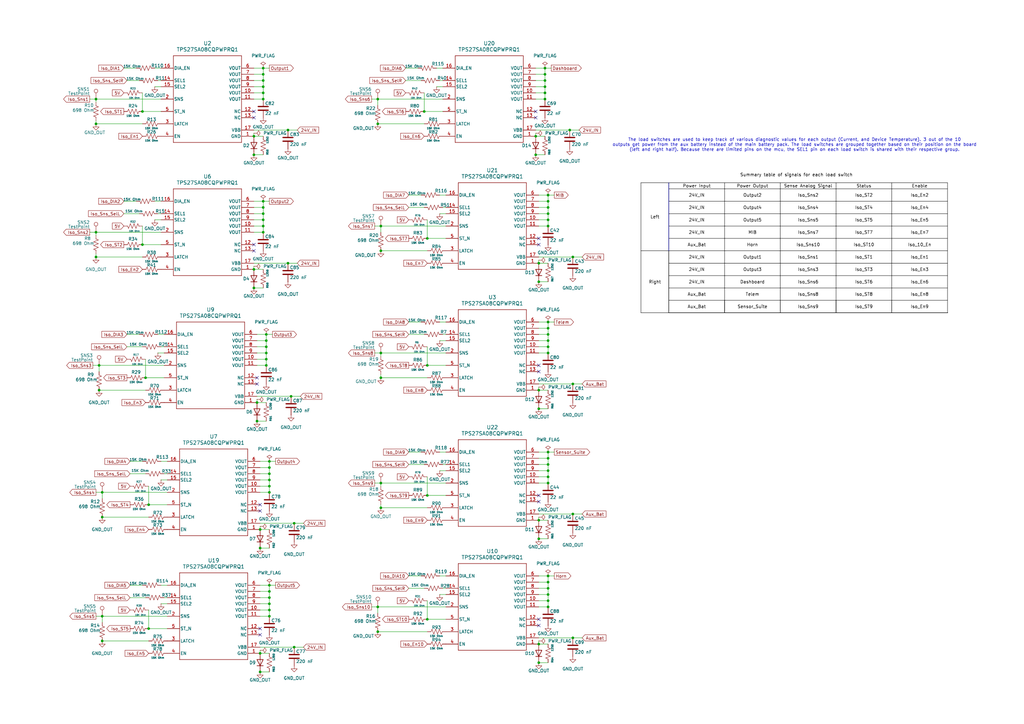
<source format=kicad_sch>
(kicad_sch (version 20250114) (generator "eeschema") (generator_version "9.0")
  (paper "A3")
  (lib_symbols
    (symbol "Connector:TestPoint" (pin_numbers (hide yes)) (pin_names (offset 0.762) (hide yes))
      (property "Reference" "TP" (at 0 6.858 0))
      (property "Value" "TestPoint" (at 0 5.08 0))
      (symbol "TestPoint_1_1"
        (pin passive line (at 0 0 90) (length 2.54) (name "1") (number "1"))
      )
    )
    (symbol "Device:C" (pin_numbers (hide yes)) (pin_names (offset 0.254))
      (property "Reference" "C" (at 0.635 2.54 0))
      (property "Value" "C" (at 0.635 -2.54 0))
      (symbol "C_1_1"
        (pin passive line (at 0 3.81 270) (length 2.794) (name "~") (number "1"))
        (pin passive line (at 0 -3.81 90) (length 2.794) (name "~") (number "2"))
      )
    )
    (symbol "Device:R_US" (pin_numbers (hide yes)) (pin_names (offset 0))
      (property "Reference" "R" (at 2.54 0 90))
      (property "Value" "R_US" (at -2.54 0 90))
      (symbol "R_US_1_1"
        (pin passive line (at 0 3.81 270) (length 1.27) (name "~") (number "1"))
        (pin passive line (at 0 -3.81 90) (length 1.27) (name "~") (number "2"))
      )
    )
    (symbol "Diode:BAS21" (pin_numbers (hide yes)) (pin_names (hide yes))
      (property "Reference" "D" (at 0 2.54 0))
      (property "Value" "BAS21" (at 0 -2.54 0))
      (symbol "BAS21_1_1"
        (pin passive line (at -3.81 0 0) (length 2.54) (name "K") (number "3"))
        (pin no_connect line (at -1.27 0 0) (length 2.54) (hide yes) (name "NC") (number "2"))
        (pin passive line (at 3.81 0 180) (length 2.54) (name "A") (number "1"))
      )
    )
    (symbol "Load_Switch:TPS27SA08CQPWPRQ1" (pin_names (offset 0.254))
      (property "Reference" "U" (at 0 2.54 0))
      (property "Value" "TPS27SA08CQPWPRQ1" (at 0 0 0))
      (symbol "TPS27SA08CQPWPRQ1_0_1"
        (pin input line (at 0 0 0) (length 5.08) (name "DIA_EN") (number "16"))
        (pin input line (at 0 -5.08 0) (length 5.08) (name "SEL1") (number "14"))
        (pin input line (at 0 -7.62 0) (length 5.08) (name "SEL2") (number "15"))
        (pin output line (at 0 -12.7 0) (length 5.08) (name "SNS") (number "2"))
        (pin output line (at 0 -17.78 0) (length 5.08) (name "ST_N") (number "5"))
        (pin input line (at 0 -22.86 0) (length 5.08) (name "LATCH") (number "3"))
        (pin input line (at 0 -27.94 0) (length 5.08) (name "EN") (number "4"))
        (pin unspecified line (at 38.1 -17.78 180) (length 5.08) (name "NC") (number "12"))
        (pin unspecified line (at 38.1 -20.32 180) (length 5.08) (name "NC") (number "13"))
        (pin power_in line (at 38.1 -25.4 180) (length 5.08) (name "VBB") (number "17"))
        (pin power_in line (at 38.1 -27.94 180) (length 5.08) (name "GND") (number "1"))
      )
      (symbol "TPS27SA08CQPWPRQ1_1_1"
        (pin power_in line (at 38.1 0 180) (length 5.08) (name "VOUT") (number "6"))
        (pin power_in line (at 38.1 -2.54 180) (length 5.08) (name "VOUT") (number "7"))
        (pin power_in line (at 38.1 -5.08 180) (length 5.08) (name "VOUT") (number "8"))
        (pin power_in line (at 38.1 -7.62 180) (length 5.08) (name "VOUT") (number "9"))
        (pin power_in line (at 38.1 -10.16 180) (length 5.08) (name "VOUT") (number "10"))
        (pin power_in line (at 38.1 -12.7 180) (length 5.08) (name "VOUT") (number "11"))
      )
    )
    (symbol "power:GND" (power) (pin_numbers (hide yes)) (pin_names (offset 0) (hide yes))
      (property "Value" "GND" (at 0 -3.81 0))
      (symbol "GND_1_1"
        (pin power_in line (at 0 0 270) (length 0) (name "~") (number "1"))
      )
    )
    (symbol "power:PWR_FLAG" (power) (pin_numbers (hide yes)) (pin_names (offset 0) (hide yes))
      (property "Value" "PWR_FLAG" (at 0 3.81 0))
      (symbol "PWR_FLAG_0_0"
        (pin power_out line (at 0 0 90) (length 0) (name "~") (number "1"))
      )
    )
  )
  (rectangle (start 274.32 74.93) (end 274.32 102.87))
  (text "The load switches are used to keep track of various diagnostic values for each output (Current, and Device Temperature). 3 out of the 10\noutputs get power from the aux battery instead of the main battery pack. The load switches are grouped together based on their position on the board\n(left and right half). Because there are limited pins on the mcu, the SEL1 pin on each load switch is shared with their respective group." (at 325.882 59.436 0) (effects (font (size 1.27 1.27))))
  (text "Summary table of signals for each load switch" (at 326.644 71.882 0) (effects (font (size 1.27 1.27))))
  (junction (at 110.49 245.11))
  (junction (at 107.95 92.71))
  (junction (at 224.79 82.55))
  (junction (at 39.37 40.64))
  (junction (at 119.38 162.56))
  (junction (at 107.95 38.1))
  (junction (at 110.49 240.03))
  (junction (at 105.41 172.72))
  (junction (at 60.96 257.81))
  (junction (at 154.94 248.92))
  (junction (at 39.37 50.8))
  (junction (at 107.95 82.55))
  (junction (at 120.65 265.43))
  (junction (at 224.79 246.38))
  (junction (at 154.94 50.8))
  (junction (at 156.21 198.12))
  (junction (at 224.79 80.01))
  (junction (at 224.79 185.42))
  (junction (at 224.79 142.24))
  (junction (at 224.79 144.78))
  (junction (at 154.94 259.08))
  (junction (at 224.79 190.5))
  (junction (at 224.79 236.22))
  (junction (at 41.91 212.09))
  (junction (at 234.95 210.82))
  (junction (at 104.14 63.5))
  (junction (at 118.11 107.95))
  (junction (at 223.52 38.1))
  (junction (at 110.49 250.19))
  (junction (at 175.26 149.86))
  (junction (at 110.49 252.73))
  (junction (at 220.98 107.95))
  (junction (at 224.79 87.63))
  (junction (at 106.68 224.79))
  (junction (at 234.95 261.62))
  (junction (at 156.21 92.71))
  (junction (at 224.79 193.04))
  (junction (at 220.98 220.98))
  (junction (at 58.42 100.33))
  (junction (at 39.37 95.25))
  (junction (at 106.68 275.59))
  (junction (at 109.22 147.32))
  (junction (at 224.79 137.16))
  (junction (at 109.22 142.24))
  (junction (at 110.49 189.23))
  (junction (at 224.79 139.7))
  (junction (at 156.21 154.94))
  (junction (at 234.95 157.48))
  (junction (at 110.49 194.31))
  (junction (at 120.65 214.63))
  (junction (at 110.49 199.39))
  (junction (at 40.64 149.86))
  (junction (at 109.22 139.7))
  (junction (at 107.95 27.94))
  (junction (at 224.79 195.58))
  (junction (at 154.94 40.64))
  (junction (at 41.91 262.89))
  (junction (at 104.14 55.88))
  (junction (at 223.52 40.64))
  (junction (at 156.21 102.87))
  (junction (at 220.98 160.02))
  (junction (at 60.96 207.01))
  (junction (at 58.42 45.72))
  (junction (at 220.98 167.64))
  (junction (at 173.99 45.72))
  (junction (at 109.22 137.16))
  (junction (at 104.14 118.11))
  (junction (at 109.22 144.78))
  (junction (at 59.69 154.94))
  (junction (at 175.26 203.2))
  (junction (at 224.79 85.09))
  (junction (at 39.37 105.41))
  (junction (at 219.71 55.88))
  (junction (at 41.91 252.73))
  (junction (at 224.79 187.96))
  (junction (at 224.79 198.12))
  (junction (at 109.22 149.86))
  (junction (at 107.95 95.25))
  (junction (at 106.68 267.97))
  (junction (at 233.68 53.34))
  (junction (at 106.68 217.17))
  (junction (at 175.26 97.79))
  (junction (at 223.52 30.48))
  (junction (at 110.49 191.77))
  (junction (at 220.98 213.36))
  (junction (at 224.79 241.3))
  (junction (at 223.52 35.56))
  (junction (at 110.49 196.85))
  (junction (at 224.79 90.17))
  (junction (at 220.98 115.57))
  (junction (at 107.95 30.48))
  (junction (at 110.49 201.93))
  (junction (at 234.95 105.41))
  (junction (at 223.52 27.94))
  (junction (at 118.11 53.34))
  (junction (at 224.79 243.84))
  (junction (at 107.95 85.09))
  (junction (at 104.14 110.49))
  (junction (at 224.79 248.92))
  (junction (at 220.98 264.16))
  (junction (at 107.95 33.02))
  (junction (at 224.79 132.08))
  (junction (at 156.21 144.78))
  (junction (at 110.49 247.65))
  (junction (at 110.49 242.57))
  (junction (at 224.79 238.76))
  (junction (at 224.79 92.71))
  (junction (at 107.95 40.64))
  (junction (at 156.21 208.28))
  (junction (at 41.91 201.93))
  (junction (at 107.95 35.56))
  (junction (at 40.64 160.02))
  (junction (at 105.41 165.1))
  (junction (at 107.95 87.63))
  (junction (at 175.26 254))
  (junction (at 219.71 63.5))
  (junction (at 223.52 33.02))
  (junction (at 224.79 134.62))
  (junction (at 220.98 271.78))
  (junction (at 107.95 90.17))
  (no_connect (at 220.98 254))
  (no_connect (at 106.68 209.55))
  (no_connect (at 220.98 152.4))
  (no_connect (at 220.98 100.33))
  (no_connect (at 106.68 257.81))
  (no_connect (at 104.14 48.26))
  (no_connect (at 104.14 100.33))
  (no_connect (at 220.98 149.86))
  (no_connect (at 220.98 203.2))
  (no_connect (at 104.14 102.87))
  (no_connect (at 106.68 207.01))
  (no_connect (at 220.98 97.79))
  (no_connect (at 219.71 48.26))
  (no_connect (at 105.41 154.94))
  (no_connect (at 104.14 45.72))
  (no_connect (at 106.68 260.35))
  (no_connect (at 220.98 256.54))
  (no_connect (at 219.71 45.72))
  (no_connect (at 105.41 157.48))
  (no_connect (at 220.98 205.74))
  (wire (pts (xy 105.41 165.1) (xy 109.22 165.1)))
  (wire (pts (xy 110.49 247.65) (xy 110.49 250.19)))
  (wire (pts (xy 179.07 35.56) (xy 181.61 35.56)))
  (wire (pts (xy 106.68 265.43) (xy 120.65 265.43)))
  (wire (pts (xy 106.68 275.59) (xy 110.49 275.59)))
  (wire (pts (xy 220.98 210.82) (xy 234.95 210.82)))
  (wire (pts (xy 58.42 45.72) (xy 66.04 45.72)))
  (wire (pts (xy 66.04 189.23) (xy 68.58 189.23)))
  (wire (pts (xy 60.96 257.81) (xy 68.58 257.81)))
  (wire (pts (xy 109.22 137.16) (xy 109.22 139.7)))
  (wire (pts (xy 67.31 194.31) (xy 68.58 194.31)))
  (wire (pts (xy 156.21 102.87) (xy 175.26 102.87)))
  (wire (pts (xy 223.52 38.1) (xy 223.52 40.64)))
  (wire (pts (xy 109.22 139.7) (xy 109.22 142.24)))
  (wire (pts (xy 220.98 115.57) (xy 224.79 115.57)))
  (wire (pts (xy 167.64 236.22) (xy 172.72 236.22)))
  (wire (pts (xy 106.68 196.85) (xy 110.49 196.85)))
  (wire (pts (xy 67.31 245.11) (xy 68.58 245.11)))
  (wire (pts (xy 181.61 190.5) (xy 182.88 190.5)))
  (wire (pts (xy 156.21 146.05) (xy 156.21 144.78)))
  (wire (pts (xy 107.95 90.17) (xy 107.95 92.71)))
  (wire (pts (xy 106.68 217.17) (xy 110.49 217.17)))
  (wire (pts (xy 110.49 196.85) (xy 110.49 199.39)))
  (wire (pts (xy 41.91 201.93) (xy 68.58 201.93)))
  (wire (pts (xy 104.14 40.64) (xy 107.95 40.64)))
  (wire (pts (xy 224.79 139.7) (xy 224.79 142.24)))
  (wire (pts (xy 107.95 85.09) (xy 107.95 87.63)))
  (wire (pts (xy 223.52 27.94) (xy 226.06 27.94)))
  (wire (pts (xy 52.07 142.24) (xy 58.42 142.24)))
  (wire (pts (xy 107.95 87.63) (xy 107.95 90.17)))
  (wire (pts (xy 224.79 243.84) (xy 224.79 241.3)))
  (wire (pts (xy 156.21 144.78) (xy 182.88 144.78)))
  (wire (pts (xy 220.98 132.08) (xy 224.79 132.08)))
  (wire (pts (xy 180.34 87.63) (xy 182.88 87.63)))
  (wire (pts (xy 156.21 198.12) (xy 182.88 198.12)))
  (wire (pts (xy 220.98 144.78) (xy 224.79 144.78)))
  (wire (pts (xy 220.98 137.16) (xy 224.79 137.16)))
  (wire (pts (xy 219.71 35.56) (xy 223.52 35.56)))
  (wire (pts (xy 110.49 250.19) (xy 110.49 252.73)))
  (wire (pts (xy 64.77 144.78) (xy 67.31 144.78)))
  (wire (pts (xy 224.79 87.63) (xy 224.79 90.17)))
  (wire (pts (xy 63.5 82.55) (xy 66.04 82.55)))
  (wire (pts (xy 106.68 199.39) (xy 110.49 199.39)))
  (wire (pts (xy 110.49 189.23) (xy 110.49 191.77)))
  (wire (pts (xy 107.95 95.25) (xy 107.95 92.71)))
  (wire (pts (xy 39.37 95.25) (xy 66.04 95.25)))
  (wire (pts (xy 64.77 87.63) (xy 66.04 87.63)))
  (wire (pts (xy 180.34 132.08) (xy 182.88 132.08)))
  (wire (pts (xy 219.71 63.5) (xy 223.52 63.5)))
  (wire (pts (xy 41.91 204.47) (xy 41.91 201.93)))
  (wire (pts (xy 154.94 259.08) (xy 175.26 259.08)))
  (wire (pts (xy 106.68 266.7) (xy 106.68 267.97)))
  (wire (pts (xy 220.98 82.55) (xy 224.79 82.55)))
  (wire (pts (xy 220.98 238.76) (xy 224.79 238.76)))
  (wire (pts (xy 106.68 224.79) (xy 110.49 224.79)))
  (wire (pts (xy 224.79 80.01) (xy 227.33 80.01)))
  (wire (pts (xy 219.71 54.61) (xy 219.71 55.88)))
  (wire (pts (xy 181.61 241.3) (xy 182.88 241.3)))
  (wire (pts (xy 110.49 194.31) (xy 110.49 196.85)))
  (wire (pts (xy 220.98 193.04) (xy 224.79 193.04)))
  (wire (pts (xy 106.68 189.23) (xy 110.49 189.23)))
  (wire (pts (xy 52.07 33.02) (xy 57.15 33.02)))
  (wire (pts (xy 220.98 134.62) (xy 224.79 134.62)))
  (wire (pts (xy 52.07 137.16) (xy 57.15 137.16)))
  (wire (pts (xy 223.52 33.02) (xy 223.52 35.56)))
  (wire (pts (xy 58.42 92.71) (xy 58.42 100.33)))
  (wire (pts (xy 104.14 82.55) (xy 107.95 82.55)))
  (wire (pts (xy 104.14 92.71) (xy 107.95 92.71)))
  (wire (pts (xy 156.21 208.28) (xy 175.26 208.28)))
  (wire (pts (xy 224.79 190.5) (xy 224.79 193.04)))
  (wire (pts (xy 104.14 87.63) (xy 107.95 87.63)))
  (wire (pts (xy 104.14 35.56) (xy 107.95 35.56)))
  (wire (pts (xy 107.95 40.64) (xy 107.95 38.1)))
  (wire (pts (xy 66.04 240.03) (xy 68.58 240.03)))
  (wire (pts (xy 106.68 240.03) (xy 110.49 240.03)))
  (wire (pts (xy 41.91 212.09) (xy 60.96 212.09)))
  (wire (pts (xy 180.34 243.84) (xy 182.88 243.84)))
  (wire (pts (xy 104.14 95.25) (xy 107.95 95.25)))
  (wire (pts (xy 107.95 82.55) (xy 107.95 85.09)))
  (wire (pts (xy 104.14 118.11) (xy 107.95 118.11)))
  (wire (pts (xy 110.49 191.77) (xy 110.49 194.31)))
  (wire (pts (xy 106.68 214.63) (xy 120.65 214.63)))
  (wire (pts (xy 238.76 261.62) (xy 234.95 261.62)))
  (wire (pts (xy 220.98 142.24) (xy 224.79 142.24)))
  (wire (pts (xy 224.79 236.22) (xy 224.79 238.76)))
  (wire (pts (xy 180.34 33.02) (xy 181.61 33.02)))
  (wire (pts (xy 220.98 236.22) (xy 224.79 236.22)))
  (wire (pts (xy 110.49 189.23) (xy 113.03 189.23)))
  (wire (pts (xy 104.14 55.88) (xy 107.95 55.88)))
  (wire (pts (xy 40.64 160.02) (xy 59.69 160.02)))
  (wire (pts (xy 60.96 250.19) (xy 60.96 257.81)))
  (wire (pts (xy 224.79 185.42) (xy 224.79 187.96)))
  (wire (pts (xy 234.95 105.41) (xy 238.76 105.41)))
  (wire (pts (xy 105.41 144.78) (xy 109.22 144.78)))
  (wire (pts (xy 120.65 265.43) (xy 124.46 265.43)))
  (wire (pts (xy 121.92 107.95) (xy 118.11 107.95)))
  (wire (pts (xy 39.37 252.73) (xy 41.91 252.73)))
  (wire (pts (xy 63.5 35.56) (xy 66.04 35.56)))
  (wire (pts (xy 220.98 220.98) (xy 224.79 220.98)))
  (wire (pts (xy 224.79 80.01) (xy 224.79 82.55)))
  (wire (pts (xy 220.98 185.42) (xy 224.79 185.42)))
  (wire (pts (xy 219.71 30.48) (xy 223.52 30.48)))
  (wire (pts (xy 220.98 107.95) (xy 224.79 107.95)))
  (wire (pts (xy 220.98 264.16) (xy 224.79 264.16)))
  (wire (pts (xy 156.21 199.39) (xy 156.21 198.12)))
  (wire (pts (xy 180.34 139.7) (xy 182.88 139.7)))
  (wire (pts (xy 104.14 54.61) (xy 104.14 55.88)))
  (wire (pts (xy 104.14 107.95) (xy 118.11 107.95)))
  (wire (pts (xy 219.71 55.88) (xy 223.52 55.88)))
  (wire (pts (xy 224.79 137.16) (xy 224.79 139.7)))
  (wire (pts (xy 180.34 185.42) (xy 182.88 185.42)))
  (wire (pts (xy 219.71 40.64) (xy 223.52 40.64)))
  (wire (pts (xy 167.64 137.16) (xy 173.99 137.16)))
  (wire (pts (xy 220.98 157.48) (xy 234.95 157.48)))
  (wire (pts (xy 106.68 242.57) (xy 110.49 242.57)))
  (wire (pts (xy 154.94 50.8) (xy 173.99 50.8)))
  (wire (pts (xy 105.41 147.32) (xy 109.22 147.32)))
  (wire (pts (xy 107.95 35.56) (xy 107.95 38.1)))
  (wire (pts (xy 105.41 139.7) (xy 109.22 139.7)))
  (wire (pts (xy 166.37 33.02) (xy 172.72 33.02)))
  (wire (pts (xy 50.8 82.55) (xy 55.88 82.55)))
  (wire (pts (xy 106.68 194.31) (xy 110.49 194.31)))
  (wire (pts (xy 39.37 104.14) (xy 39.37 105.41)))
  (wire (pts (xy 110.49 240.03) (xy 113.03 240.03)))
  (wire (pts (xy 237.49 53.34) (xy 233.68 53.34)))
  (wire (pts (xy 109.22 142.24) (xy 109.22 144.78)))
  (wire (pts (xy 53.34 240.03) (xy 58.42 240.03)))
  (wire (pts (xy 104.14 85.09) (xy 107.95 85.09)))
  (wire (pts (xy 219.71 53.34) (xy 233.68 53.34)))
  (wire (pts (xy 39.37 105.41) (xy 58.42 105.41)))
  (wire (pts (xy 110.49 240.03) (xy 110.49 242.57)))
  (wire (pts (xy 180.34 80.01) (xy 182.88 80.01)))
  (wire (pts (xy 106.68 247.65) (xy 110.49 247.65)))
  (wire (pts (xy 105.41 172.72) (xy 109.22 172.72)))
  (wire (pts (xy 39.37 40.64) (xy 66.04 40.64)))
  (wire (pts (xy 167.64 241.3) (xy 173.99 241.3)))
  (wire (pts (xy 179.07 27.94) (xy 181.61 27.94)))
  (wire (pts (xy 181.61 85.09) (xy 182.88 85.09)))
  (wire (pts (xy 50.8 87.63) (xy 57.15 87.63)))
  (wire (pts (xy 175.26 142.24) (xy 175.26 149.86)))
  (wire (pts (xy 220.98 158.75) (xy 220.98 160.02)))
  (wire (pts (xy 167.64 80.01) (xy 172.72 80.01)))
  (wire (pts (xy 220.98 105.41) (xy 234.95 105.41)))
  (wire (pts (xy 124.46 214.63) (xy 120.65 214.63)))
  (wire (pts (xy 107.95 27.94) (xy 107.95 30.48)))
  (wire (pts (xy 224.79 85.09) (xy 224.79 87.63)))
  (wire (pts (xy 104.14 63.5) (xy 107.95 63.5)))
  (wire (pts (xy 223.52 27.94) (xy 223.52 30.48)))
  (wire (pts (xy 220.98 198.12) (xy 224.79 198.12)))
  (wire (pts (xy 220.98 248.92) (xy 224.79 248.92)))
  (wire (pts (xy 175.26 149.86) (xy 182.88 149.86)))
  (wire (pts (xy 105.41 163.83) (xy 105.41 165.1)))
  (wire (pts (xy 152.4 40.64) (xy 154.94 40.64)))
  (wire (pts (xy 173.99 45.72) (xy 181.61 45.72)))
  (wire (pts (xy 220.98 261.62) (xy 234.95 261.62)))
  (wire (pts (xy 104.14 90.17) (xy 107.95 90.17)))
  (wire (pts (xy 107.95 30.48) (xy 107.95 33.02)))
  (wire (pts (xy 36.83 95.25) (xy 39.37 95.25)))
  (wire (pts (xy 63.5 27.94) (xy 66.04 27.94)))
  (wire (pts (xy 154.94 43.18) (xy 154.94 40.64)))
  (wire (pts (xy 104.14 109.22) (xy 104.14 110.49)))
  (wire (pts (xy 220.98 92.71) (xy 224.79 92.71)))
  (wire (pts (xy 220.98 195.58) (xy 224.79 195.58)))
  (wire (pts (xy 53.34 245.11) (xy 59.69 245.11)))
  (wire (pts (xy 106.68 191.77) (xy 110.49 191.77)))
  (wire (pts (xy 156.21 154.94) (xy 175.26 154.94)))
  (wire (pts (xy 105.41 137.16) (xy 109.22 137.16)))
  (wire (pts (xy 223.52 30.48) (xy 223.52 33.02)))
  (wire (pts (xy 224.79 193.04) (xy 224.79 195.58)))
  (wire (pts (xy 224.79 238.76) (xy 224.79 241.3)))
  (wire (pts (xy 38.1 149.86) (xy 40.64 149.86)))
  (wire (pts (xy 39.37 50.8) (xy 39.37 49.53)))
  (wire (pts (xy 106.68 245.11) (xy 110.49 245.11)))
  (wire (pts (xy 220.98 167.64) (xy 224.79 167.64)))
  (wire (pts (xy 64.77 33.02) (xy 66.04 33.02)))
  (wire (pts (xy 104.14 30.48) (xy 107.95 30.48)))
  (wire (pts (xy 66.04 196.85) (xy 68.58 196.85)))
  (wire (pts (xy 106.68 201.93) (xy 110.49 201.93)))
  (wire (pts (xy 220.98 85.09) (xy 224.79 85.09)))
  (wire (pts (xy 106.68 252.73) (xy 110.49 252.73)))
  (wire (pts (xy 220.98 246.38) (xy 224.79 246.38)))
  (wire (pts (xy 224.79 90.17) (xy 224.79 92.71)))
  (wire (pts (xy 220.98 190.5) (xy 224.79 190.5)))
  (wire (pts (xy 58.42 100.33) (xy 66.04 100.33)))
  (wire (pts (xy 167.64 85.09) (xy 173.99 85.09)))
  (wire (pts (xy 175.26 254) (xy 182.88 254)))
  (wire (pts (xy 224.79 248.92) (xy 224.79 246.38)))
  (wire (pts (xy 224.79 246.38) (xy 224.79 243.84)))
  (wire (pts (xy 110.49 242.57) (xy 110.49 245.11)))
  (wire (pts (xy 123.19 162.56) (xy 119.38 162.56)))
  (wire (pts (xy 220.98 139.7) (xy 224.79 139.7)))
  (wire (pts (xy 238.76 157.48) (xy 234.95 157.48)))
  (wire (pts (xy 109.22 144.78) (xy 109.22 147.32)))
  (wire (pts (xy 66.04 247.65) (xy 68.58 247.65)))
  (wire (pts (xy 220.98 160.02) (xy 224.79 160.02)))
  (wire (pts (xy 104.14 38.1) (xy 107.95 38.1)))
  (wire (pts (xy 220.98 262.89) (xy 220.98 264.16)))
  (wire (pts (xy 53.34 189.23) (xy 58.42 189.23)))
  (wire (pts (xy 39.37 50.8) (xy 58.42 50.8)))
  (wire (pts (xy 153.67 92.71) (xy 156.21 92.71)))
  (wire (pts (xy 53.34 194.31) (xy 59.69 194.31)))
  (wire (pts (xy 41.91 262.89) (xy 60.96 262.89)))
  (wire (pts (xy 109.22 149.86) (xy 109.22 147.32)))
  (wire (pts (xy 175.26 203.2) (xy 182.88 203.2)))
  (wire (pts (xy 167.64 190.5) (xy 173.99 190.5)))
  (wire (pts (xy 219.71 33.02) (xy 223.52 33.02)))
  (wire (pts (xy 224.79 185.42) (xy 227.33 185.42)))
  (wire (pts (xy 175.26 195.58) (xy 175.26 203.2)))
  (wire (pts (xy 220.98 241.3) (xy 224.79 241.3)))
  (wire (pts (xy 153.67 198.12) (xy 156.21 198.12)))
  (wire (pts (xy 224.79 82.55) (xy 224.79 85.09)))
  (wire (pts (xy 181.61 137.16) (xy 182.88 137.16)))
  (wire (pts (xy 60.96 199.39) (xy 60.96 207.01)))
  (wire (pts (xy 105.41 162.56) (xy 119.38 162.56)))
  (wire (pts (xy 220.98 243.84) (xy 224.79 243.84)))
  (wire (pts (xy 173.99 38.1) (xy 173.99 45.72)))
  (wire (pts (xy 220.98 90.17) (xy 224.79 90.17)))
  (wire (pts (xy 39.37 96.52) (xy 39.37 95.25)))
  (wire (pts (xy 220.98 187.96) (xy 224.79 187.96)))
  (wire (pts (xy 41.91 255.27) (xy 41.91 252.73)))
  (wire (pts (xy 154.94 251.46) (xy 154.94 248.92)))
  (wire (pts (xy 224.79 187.96) (xy 224.79 190.5)))
  (wire (pts (xy 104.14 110.49) (xy 107.95 110.49)))
  (wire (pts (xy 220.98 213.36) (xy 224.79 213.36)))
  (wire (pts (xy 180.34 236.22) (xy 182.88 236.22)))
  (wire (pts (xy 58.42 38.1) (xy 58.42 45.72)))
  (wire (pts (xy 238.76 210.82) (xy 234.95 210.82)))
  (wire (pts (xy 154.94 40.64) (xy 181.61 40.64)))
  (wire (pts (xy 110.49 245.11) (xy 110.49 247.65)))
  (wire (pts (xy 224.79 236.22) (xy 227.33 236.22)))
  (wire (pts (xy 50.8 27.94) (xy 55.88 27.94)))
  (wire (pts (xy 63.5 90.17) (xy 66.04 90.17)))
  (wire (pts (xy 36.83 40.64) (xy 39.37 40.64)))
  (wire (pts (xy 118.11 53.34) (xy 121.92 53.34)))
  (wire (pts (xy 66.04 142.24) (xy 67.31 142.24)))
  (wire (pts (xy 107.95 27.94) (xy 110.49 27.94)))
  (wire (pts (xy 41.91 252.73) (xy 68.58 252.73)))
  (wire (pts (xy 224.79 134.62) (xy 224.79 137.16)))
  (wire (pts (xy 219.71 27.94) (xy 223.52 27.94)))
  (wire (pts (xy 156.21 207.01) (xy 156.21 208.28)))
  (wire (pts (xy 220.98 87.63) (xy 224.79 87.63)))
  (wire (pts (xy 175.26 246.38) (xy 175.26 254)))
  (wire (pts (xy 153.67 144.78) (xy 156.21 144.78)))
  (wire (pts (xy 223.52 35.56) (xy 223.52 38.1)))
  (wire (pts (xy 220.98 271.78) (xy 224.79 271.78)))
  (wire (pts (xy 64.77 137.16) (xy 67.31 137.16)))
  (wire (pts (xy 156.21 92.71) (xy 182.88 92.71)))
  (wire (pts (xy 156.21 92.71) (xy 156.21 95.25)))
  (wire (pts (xy 60.96 207.01) (xy 68.58 207.01)))
  (wire (pts (xy 224.79 132.08) (xy 227.33 132.08)))
  (wire (pts (xy 104.14 53.34) (xy 118.11 53.34)))
  (wire (pts (xy 224.79 195.58) (xy 224.79 198.12)))
  (wire (pts (xy 167.64 132.08) (xy 172.72 132.08)))
  (wire (pts (xy 107.95 82.55) (xy 110.49 82.55)))
  (wire (pts (xy 109.22 137.16) (xy 111.76 137.16)))
  (wire (pts (xy 224.79 144.78) (xy 224.79 142.24)))
  (wire (pts (xy 105.41 142.24) (xy 109.22 142.24)))
  (wire (pts (xy 152.4 248.92) (xy 154.94 248.92)))
  (wire (pts (xy 224.79 132.08) (xy 224.79 134.62)))
  (wire (pts (xy 106.68 267.97) (xy 110.49 267.97)))
  (wire (pts (xy 175.26 90.17) (xy 175.26 97.79)))
  (wire (pts (xy 166.37 27.94) (xy 171.45 27.94)))
  (wire (pts (xy 40.64 152.4) (xy 40.64 149.86)))
  (wire (pts (xy 110.49 199.39) (xy 110.49 201.93)))
  (wire (pts (xy 180.34 193.04) (xy 182.88 193.04)))
  (wire (pts (xy 106.68 250.19) (xy 110.49 250.19)))
  (wire (pts (xy 167.64 185.42) (xy 172.72 185.42)))
  (wire (pts (xy 175.26 97.79) (xy 182.88 97.79)))
  (wire (pts (xy 154.94 248.92) (xy 182.88 248.92)))
  (wire (pts (xy 40.64 149.86) (xy 67.31 149.86)))
  (wire (pts (xy 220.98 106.68) (xy 220.98 107.95)))
  (wire (pts (xy 106.68 215.9) (xy 106.68 217.17)))
  (wire (pts (xy 59.69 147.32) (xy 59.69 154.94)))
  (wire (pts (xy 104.14 27.94) (xy 107.95 27.94)))
  (wire (pts (xy 107.95 33.02) (xy 107.95 35.56)))
  (wire (pts (xy 59.69 154.94) (xy 67.31 154.94)))
  (wire (pts (xy 219.71 38.1) (xy 223.52 38.1)))
  (wire (pts (xy 220.98 212.09) (xy 220.98 213.36)))
  (wire (pts (xy 220.98 80.01) (xy 224.79 80.01)))
  (wire (pts (xy 39.37 201.93) (xy 41.91 201.93)))
  (wire (pts (xy 104.14 33.02) (xy 107.95 33.02)))
  (wire (pts (xy 156.21 153.67) (xy 156.21 154.94)))
  (wire (pts (xy 105.41 149.86) (xy 109.22 149.86)))
  (wire (pts (xy 39.37 41.91) (xy 39.37 40.64)))
  (table (column_count 5) (border (external yes) (header yes) (stroke (width 0) (color 0 0 0 1))) (separators (rows yes) (cols yes) (stroke (width 0) (color 0 0 0 1))) (column_widths 22.86 22.86 22.86 22.86 22.86) (row_heights 2.54 5.08 5.08 5.08 5.08 5.08 5.08 5.08 5.08 5.08 5.08 0 0 0 0 0 0 0 0 0 0 0 -5.08) (cells (table_cell "Power Input" (at 274.32 74.93 0) (size 22.86 2.54) (margins 0.9525 0.9525 0.9525 0.9525) (span 1 1)) (table_cell "Power Output" (at 297.18 74.93 0) (size 22.86 2.54) (margins 0.9525 0.9525 0.9525 0.9525) (span 1 1)) (table_cell "Sense Analog Signal" (at 320.04 74.93 0) (size 22.86 2.54) (margins 0.9525 0.9525 0.9525 0.9525) (span 1 1)) (table_cell "Status" (at 342.9 74.93 0) (size 22.86 2.54) (margins 0.9525 0.9525 0.9525 0.9525) (span 1 1)) (table_cell "Enable" (at 365.76 74.93 0) (size 22.86 2.54) (margins 0.9525 0.9525 0.9525 0.9525) (span 1 1)) (table_cell "24V_IN" (at 274.32 77.47 0) (size 22.86 5.08) (margins 0.9525 0.9525 0.9525 0.9525) (span 1 1)) (table_cell "Output2" (at 297.18 77.47 0) (size 22.86 5.08) (margins 0.9525 0.9525 0.9525 0.9525) (span 1 1)) (table_cell "Iso_Sns2" (at 320.04 77.47 0) (size 22.86 5.08) (margins 0.9525 0.9525 0.9525 0.9525) (span 1 1)) (table_cell "Iso_ST2" (at 342.9 77.47 0) (size 22.86 5.08) (margins 0.9525 0.9525 0.9525 0.9525) (span 1 1)) (table_cell "Iso_En2" (at 365.76 77.47 0) (size 22.86 5.08) (margins 0.9525 0.9525 0.9525 0.9525) (span 1 1)) (table_cell "24V_IN" (at 274.32 82.55 0) (size 22.86 5.08) (margins 0.9525 0.9525 0.9525 0.9525) (span 1 1)) (table_cell "Output4" (at 297.18 82.55 0) (size 22.86 5.08) (margins 0.9525 0.9525 0.9525 0.9525) (span 1 1)) (table_cell "Iso_Sns4" (at 320.04 82.55 0) (size 22.86 5.08) (margins 0.9525 0.9525 0.9525 0.9525) (span 1 1)) (table_cell "Iso_ST4" (at 342.9 82.55 0) (size 22.86 5.08) (margins 0.9525 0.9525 0.9525 0.9525) (span 1 1)) (table_cell "Iso_En4" (at 365.76 82.55 0) (size 22.86 5.08) (margins 0.9525 0.9525 0.9525 0.9525) (span 1 1)) (table_cell "24V_IN" (at 274.32 87.63 0) (size 22.86 5.08) (margins 0.9525 0.9525 0.9525 0.9525) (span 1 1)) (table_cell "Output5" (at 297.18 87.63 0) (size 22.86 5.08) (margins 0.9525 0.9525 0.9525 0.9525) (span 1 1)) (table_cell "Iso_Sns5" (at 320.04 87.63 0) (size 22.86 5.08) (margins 0.9525 0.9525 0.9525 0.9525) (span 1 1)) (table_cell "Iso_ST5" (at 342.9 87.63 0) (size 22.86 5.08) (margins 0.9525 0.9525 0.9525 0.9525) (span 1 1)) (table_cell "Iso_En5" (at 365.76 87.63 0) (size 22.86 5.08) (margins 0.9525 0.9525 0.9525 0.9525) (span 1 1)) (table_cell "24V_IN" (at 274.32 92.71 0) (size 22.86 5.08) (margins 0.9525 0.9525 0.9525 0.9525) (span 1 1)) (table_cell "MIB" (at 297.18 92.71 0) (size 22.86 5.08) (margins 0.9525 0.9525 0.9525 0.9525) (span 1 1)) (table_cell "Iso_Sns7" (at 320.04 92.71 0) (size 22.86 5.08) (margins 0.9525 0.9525 0.9525 0.9525) (span 1 1)) (table_cell "Iso_ST7" (at 342.9 92.71 0) (size 22.86 5.08) (margins 0.9525 0.9525 0.9525 0.9525) (span 1 1)) (table_cell "Iso_En7" (at 365.76 92.71 0) (size 22.86 5.08) (margins 0.9525 0.9525 0.9525 0.9525) (span 1 1)) (table_cell "Aux_Bat" (at 274.32 97.79 0) (size 22.86 5.08) (margins 0.9525 0.9525 0.9525 0.9525) (span 1 1)) (table_cell "Horn" (at 297.18 97.79 0) (size 22.86 5.08) (margins 0.9525 0.9525 0.9525 0.9525) (span 1 1)) (table_cell "Iso_Sns10" (at 320.04 97.79 0) (size 22.86 5.08) (margins 0.9525 0.9525 0.9525 0.9525) (span 1 1)) (table_cell "Iso_ST10" (at 342.9 97.79 0) (size 22.86 5.08) (margins 0.9525 0.9525 0.9525 0.9525) (span 1 1)) (table_cell "Iso_10_En" (at 365.76 97.79 0) (size 22.86 5.08) (margins 0.9525 0.9525 0.9525 0.9525) (span 1 1)) (table_cell "24V_IN" (at 274.32 102.87 0) (size 22.86 5.08) (margins 0.9525 0.9525 0.9525 0.9525) (span 1 1)) (table_cell "Output1" (at 297.18 102.87 0) (size 22.86 5.08) (margins 0.9525 0.9525 0.9525 0.9525) (span 1 1)) (table_cell "Iso_Sns1" (at 320.04 102.87 0) (size 22.86 5.08) (margins 0.9525 0.9525 0.9525 0.9525) (span 1 1)) (table_cell "Iso_ST1" (at 342.9 102.87 0) (size 22.86 5.08) (margins 0.9525 0.9525 0.9525 0.9525) (span 1 1)) (table_cell "Iso_En1" (at 365.76 102.87 0) (size 22.86 5.08) (margins 0.9525 0.9525 0.9525 0.9525) (span 1 1)) (table_cell "24V_IN" (at 274.32 107.95 0) (size 22.86 5.08) (margins 0.9525 0.9525 0.9525 0.9525) (span 1 1)) (table_cell "Output3" (at 297.18 107.95 0) (size 22.86 5.08) (margins 0.9525 0.9525 0.9525 0.9525) (span 1 1)) (table_cell "Iso_Sns3" (at 320.04 107.95 0) (size 22.86 5.08) (margins 0.9525 0.9525 0.9525 0.9525) (span 1 1)) (table_cell "Iso_ST3" (at 342.9 107.95 0) (size 22.86 5.08) (margins 0.9525 0.9525 0.9525 0.9525) (span 1 1)) (table_cell "Iso_En3" (at 365.76 107.95 0) (size 22.86 5.08) (margins 0.9525 0.9525 0.9525 0.9525) (span 1 1)) (table_cell "24V_IN" (at 274.32 113.03 0) (size 22.86 5.08) (margins 0.9525 0.9525 0.9525 0.9525) (span 1 1)) (table_cell "Dashboard" (at 297.18 113.03 0) (size 22.86 5.08) (margins 0.9525 0.9525 0.9525 0.9525) (span 1 1)) (table_cell "Iso_Sns6" (at 320.04 113.03 0) (size 22.86 5.08) (margins 0.9525 0.9525 0.9525 0.9525) (span 1 1)) (table_cell "Iso_ST6" (at 342.9 113.03 0) (size 22.86 5.08) (margins 0.9525 0.9525 0.9525 0.9525) (span 1 1)) (table_cell "Iso_En6" (at 365.76 113.03 0) (size 22.86 5.08) (margins 0.9525 0.9525 0.9525 0.9525) (span 1 1)) (table_cell "Aux_Bat" (at 274.32 118.11 0) (size 22.86 5.08) (margins 0.9525 0.9525 0.9525 0.9525) (span 1 1)) (table_cell "Telem" (at 297.18 118.11 0) (size 22.86 5.08) (margins 0.9525 0.9525 0.9525 0.9525) (span 1 1)) (table_cell "Iso_Sns8" (at 320.04 118.11 0) (size 22.86 5.08) (margins 0.9525 0.9525 0.9525 0.9525) (span 1 1)) (table_cell "Iso_ST8" (at 342.9 118.11 0) (size 22.86 5.08) (margins 0.9525 0.9525 0.9525 0.9525) (span 1 1)) (table_cell "Iso_En8" (at 365.76 118.11 0) (size 22.86 5.08) (margins 0.9525 0.9525 0.9525 0.9525) (span 1 1)) (table_cell "Aux_Bat" (at 274.32 123.19 0) (size 22.86 5.08) (margins 0.9525 0.9525 0.9525 0.9525) (span 1 1)) (table_cell "Sensor_Suite" (at 297.18 123.19 0) (size 22.86 5.08) (margins 0.9525 0.9525 0.9525 0.9525) (span 1 1)) (table_cell "Iso_Sns9" (at 320.04 123.19 0) (size 22.86 5.08) (margins 0.9525 0.9525 0.9525 0.9525) (span 1 1)) (table_cell "Iso_ST9" (at 342.9 123.19 0) (size 22.86 5.08) (margins 0.9525 0.9525 0.9525 0.9525) (span 1 1)) (table_cell "Iso_En9" (at 365.76 123.19 0) (size 22.86 5.08) (margins 0.9525 0.9525 0.9525 0.9525) (span 1 1)) (table_cell "" (at 274.32 128.27 0) (size 22.86 0) (margins 0.9525 0.9525 0.9525 0.9525) (span 1 1)) (table_cell "" (at 297.18 128.27 0) (size 22.86 0) (margins 0.9525 0.9525 0.9525 0.9525) (span 1 1)) (table_cell "" (at 320.04 128.27 0) (size 22.86 0) (margins 0.9525 0.9525 0.9525 0.9525) (span 1 1)) (table_cell "" (at 342.9 128.27 0) (size 22.86 0) (margins 0.9525 0.9525 0.9525 0.9525) (span 1 1)) (table_cell "" (at 365.76 128.27 0) (size 22.86 0) (margins 0.9525 0.9525 0.9525 0.9525) (span 1 1)) (table_cell "" (at 274.32 128.27 0) (size 22.86 0) (margins 0.9525 0.9525 0.9525 0.9525) (span 1 1)) (table_cell "" (at 297.18 128.27 0) (size 22.86 0) (margins 0.9525 0.9525 0.9525 0.9525) (span 1 1)) (table_cell "" (at 320.04 128.27 0) (size 22.86 0) (margins 0.9525 0.9525 0.9525 0.9525) (span 1 1)) (table_cell "" (at 342.9 128.27 0) (size 22.86 0) (margins 0.9525 0.9525 0.9525 0.9525) (span 1 1)) (table_cell "" (at 365.76 128.27 0) (size 22.86 0) (margins 0.9525 0.9525 0.9525 0.9525) (span 1 1)) (table_cell "" (at 274.32 128.27 0) (size 22.86 0) (margins 0.9525 0.9525 0.9525 0.9525) (span 1 1)) (table_cell "" (at 297.18 128.27 0) (size 22.86 0) (margins 0.9525 0.9525 0.9525 0.9525) (span 1 1)) (table_cell "" (at 320.04 128.27 0) (size 22.86 0) (margins 0.9525 0.9525 0.9525 0.9525) (span 1 1)) (table_cell "" (at 342.9 128.27 0) (size 22.86 0) (margins 0.9525 0.9525 0.9525 0.9525) (span 1 1)) (table_cell "" (at 365.76 128.27 0) (size 22.86 0) (margins 0.9525 0.9525 0.9525 0.9525) (span 1 1)) (table_cell "" (at 274.32 128.27 0) (size 22.86 0) (margins 0.9525 0.9525 0.9525 0.9525) (span 1 1)) (table_cell "" (at 297.18 128.27 0) (size 22.86 0) (margins 0.9525 0.9525 0.9525 0.9525) (span 1 1)) (table_cell "" (at 320.04 128.27 0) (size 22.86 0) (margins 0.9525 0.9525 0.9525 0.9525) (span 1 1)) (table_cell "" (at 342.9 128.27 0) (size 22.86 0) (margins 0.9525 0.9525 0.9525 0.9525) (span 1 1)) (table_cell "" (at 365.76 128.27 0) (size 22.86 0) (margins 0.9525 0.9525 0.9525 0.9525) (span 1 1)) (table_cell "" (at 274.32 128.27 0) (size 22.86 0) (margins 0.9525 0.9525 0.9525 0.9525) (span 1 1)) (table_cell "" (at 297.18 128.27 0) (size 22.86 0) (margins 0.9525 0.9525 0.9525 0.9525) (span 1 1)) (table_cell "" (at 320.04 128.27 0) (size 22.86 0) (margins 0.9525 0.9525 0.9525 0.9525) (span 1 1)) (table_cell "" (at 342.9 128.27 0) (size 22.86 0) (margins 0.9525 0.9525 0.9525 0.9525) (span 1 1)) (table_cell "" (at 365.76 128.27 0) (size 22.86 0) (margins 0.9525 0.9525 0.9525 0.9525) (span 1 1)) (table_cell "" (at 274.32 128.27 0) (size 22.86 0) (margins 0.9525 0.9525 0.9525 0.9525) (span 1 1)) (table_cell "" (at 297.18 128.27 0) (size 22.86 0) (margins 0.9525 0.9525 0.9525 0.9525) (span 1 1)) (table_cell "" (at 320.04 128.27 0) (size 22.86 0) (margins 0.9525 0.9525 0.9525 0.9525) (span 1 1)) (table_cell "" (at 342.9 128.27 0) (size 22.86 0) (margins 0.9525 0.9525 0.9525 0.9525) (span 1 1)) (table_cell "" (at 365.76 128.27 0) (size 22.86 0) (margins 0.9525 0.9525 0.9525 0.9525) (span 1 1)) (table_cell "" (at 274.32 128.27 0) (size 22.86 0) (margins 0.9525 0.9525 0.9525 0.9525) (span 1 1)) (table_cell "" (at 297.18 128.27 0) (size 22.86 0) (margins 0.9525 0.9525 0.9525 0.9525) (span 1 1)) (table_cell "" (at 320.04 128.27 0) (size 22.86 0) (margins 0.9525 0.9525 0.9525 0.9525) (span 1 1)) (table_cell "" (at 342.9 128.27 0) (size 22.86 0) (margins 0.9525 0.9525 0.9525 0.9525) (span 1 1)) (table_cell "" (at 365.76 128.27 0) (size 22.86 0) (margins 0.9525 0.9525 0.9525 0.9525) (span 1 1)) (table_cell "" (at 274.32 128.27 0) (size 22.86 0) (margins 0.9525 0.9525 0.9525 0.9525) (span 1 1)) (table_cell "" (at 297.18 128.27 0) (size 22.86 0) (margins 0.9525 0.9525 0.9525 0.9525) (span 1 1)) (table_cell "" (at 320.04 128.27 0) (size 22.86 0) (margins 0.9525 0.9525 0.9525 0.9525) (span 1 1)) (table_cell "" (at 342.9 128.27 0) (size 22.86 0) (margins 0.9525 0.9525 0.9525 0.9525) (span 1 1)) (table_cell "" (at 365.76 128.27 0) (size 22.86 0) (margins 0.9525 0.9525 0.9525 0.9525) (span 1 1)) (table_cell "" (at 274.32 128.27 0) (size 22.86 0) (margins 0.9525 0.9525 0.9525 0.9525) (span 1 1)) (table_cell "" (at 297.18 128.27 0) (size 22.86 0) (margins 0.9525 0.9525 0.9525 0.9525) (span 1 1)) (table_cell "" (at 320.04 128.27 0) (size 22.86 0) (margins 0.9525 0.9525 0.9525 0.9525) (span 1 1)) (table_cell "" (at 342.9 128.27 0) (size 22.86 0) (margins 0.9525 0.9525 0.9525 0.9525) (span 1 1)) (table_cell "" (at 365.76 128.27 0) (size 22.86 0) (margins 0.9525 0.9525 0.9525 0.9525) (span 1 1)) (table_cell "" (at 274.32 128.27 0) (size 22.86 0) (margins 0.9525 0.9525 0.9525 0.9525) (span 1 1)) (table_cell "" (at 297.18 128.27 0) (size 22.86 0) (margins 0.9525 0.9525 0.9525 0.9525) (span 1 1)) (table_cell "" (at 320.04 128.27 0) (size 22.86 0) (margins 0.9525 0.9525 0.9525 0.9525) (span 1 1)) (table_cell "" (at 342.9 128.27 0) (size 22.86 0) (margins 0.9525 0.9525 0.9525 0.9525) (span 1 1)) (table_cell "" (at 365.76 128.27 0) (size 22.86 0) (margins 0.9525 0.9525 0.9525 0.9525) (span 1 1)) (table_cell "" (at 274.32 128.27 0) (size 22.86 0) (margins 0.9525 0.9525 0.9525 0.9525) (span 1 1)) (table_cell "" (at 297.18 128.27 0) (size 22.86 0) (margins 0.9525 0.9525 0.9525 0.9525) (span 1 1)) (table_cell "" (at 320.04 128.27 0) (size 22.86 0) (margins 0.9525 0.9525 0.9525 0.9525) (span 1 1)) (table_cell "" (at 342.9 128.27 0) (size 22.86 0) (margins 0.9525 0.9525 0.9525 0.9525) (span 1 1)) (table_cell "" (at 365.76 128.27 0) (size 22.86 0) (margins 0.9525 0.9525 0.9525 0.9525) (span 1 1)) (table_cell "" (at 274.32 128.27 0) (size 22.86 -5.08) (margins 0.9525 0.9525 0.9525 0.9525) (span 1 1)) (table_cell "" (at 297.18 128.27 0) (size 22.86 -5.08) (margins 0.9525 0.9525 0.9525 0.9525) (span 1 1)) (table_cell "" (at 320.04 128.27 0) (size 22.86 -5.08) (margins 0.9525 0.9525 0.9525 0.9525) (span 1 1)) (table_cell "" (at 342.9 128.27 0) (size 22.86 -5.08) (margins 0.9525 0.9525 0.9525 0.9525) (span 1 1)) (table_cell "" (at 365.76 128.27 0) (size 22.86 -5.08) (margins 0.9525 0.9525 0.9525 0.9525) (span 1 1))))
  (table (column_count 1) (border (external yes) (header yes) (stroke (width 0) (color 0 0 0 1))) (separators (rows yes) (cols yes) (stroke (width 0) (color 0 0 0 1))) (column_widths 11.43) (row_heights 27.94 25.4) (cells (table_cell "Left" (at 262.89 74.93 0) (size 11.43 27.94) (margins 0.9525 0.9525 0.9525 0.9525) (span 1 1)) (table_cell "Right" (at 262.89 102.87 0) (size 11.43 25.4) (margins 0.9525 0.9525 0.9525 0.9525) (span 1 1))))
  (global_label "Output1" (shape output) (at 110.49 27.94 0) (property "Intersheetrefs" "${INTERSHEET_REFS}" (effects (hide yes))))
  (global_label "Iso_Sns_SelR" (shape input) (at 166.37 33.02 180) (property "Intersheetrefs" "${INTERSHEET_REFS}" (effects (hide yes))))
  (global_label "Dashboard" (shape output) (at 226.06 27.94 0) (property "Intersheetrefs" "${INTERSHEET_REFS}" (effects (hide yes))))
  (global_label "24V_IN" (shape input) (at 124.46 265.43 0) (property "Intersheetrefs" "${INTERSHEET_REFS}" (effects (hide yes))))
  (global_label "Iso_Sns_SelR" (shape input) (at 167.64 137.16 180) (property "Intersheetrefs" "${INTERSHEET_REFS}" (effects (hide yes))))
  (global_label "Iso_Sns2" (shape output) (at 36.83 95.25 180) (property "Intersheetrefs" "${INTERSHEET_REFS}" (effects (hide yes))))
  (global_label "Iso_Sns10" (shape output) (at 152.4 248.92 180) (property "Intersheetrefs" "${INTERSHEET_REFS}" (effects (hide yes))))
  (global_label "Iso_ST7" (shape output) (at 167.64 97.79 180) (property "Intersheetrefs" "${INTERSHEET_REFS}" (effects (hide yes))))
  (global_label "Iso_ST1" (shape output) (at 50.8 45.72 180) (property "Intersheetrefs" "${INTERSHEET_REFS}" (effects (hide yes))))
  (global_label "Iso_Sns9" (shape output) (at 153.67 198.12 180) (property "Intersheetrefs" "${INTERSHEET_REFS}" (effects (hide yes))))
  (global_label "5V" (shape input) (at 167.64 246.38 180) (property "Intersheetrefs" "${INTERSHEET_REFS}" (effects (hide yes))))
  (global_label "Output4" (shape output) (at 113.03 189.23 0) (property "Intersheetrefs" "${INTERSHEET_REFS}" (effects (hide yes))))
  (global_label "Iso_DIA6" (shape input) (at 166.37 27.94 180) (property "Intersheetrefs" "${INTERSHEET_REFS}" (effects (hide yes))))
  (global_label "Iso_En1" (shape input) (at 58.42 55.88 180) (property "Intersheetrefs" "${INTERSHEET_REFS}" (effects (hide yes))))
  (global_label "Iso_DIA4" (shape input) (at 53.34 189.23 180) (property "Intersheetrefs" "${INTERSHEET_REFS}" (effects (hide yes))))
  (global_label "Output2" (shape output) (at 110.49 82.55 0) (property "Intersheetrefs" "${INTERSHEET_REFS}" (effects (hide yes))))
  (global_label "Iso_Sns4" (shape output) (at 39.37 201.93 180) (property "Intersheetrefs" "${INTERSHEET_REFS}" (effects (hide yes))))
  (global_label "Iso_En6" (shape input) (at 173.99 55.88 180) (property "Intersheetrefs" "${INTERSHEET_REFS}" (effects (hide yes))))
  (global_label "Iso_ST3" (shape output) (at 52.07 154.94 180) (property "Intersheetrefs" "${INTERSHEET_REFS}" (effects (hide yes))))
  (global_label "Horn" (shape output) (at 227.33 236.22 0) (property "Intersheetrefs" "${INTERSHEET_REFS}" (effects (hide yes))))
  (global_label "Iso_Sns_SelL" (shape input) (at 53.34 194.31 180) (property "Intersheetrefs" "${INTERSHEET_REFS}" (effects (hide yes))))
  (global_label "Aux_Bat" (shape input) (at 238.76 157.48 0) (property "Intersheetrefs" "${INTERSHEET_REFS}" (effects (hide yes))))
  (global_label "Iso_DIA9" (shape input) (at 167.64 185.42 180) (property "Intersheetrefs" "${INTERSHEET_REFS}" (effects (hide yes))))
  (global_label "Iso_Sns_SelR" (shape input) (at 167.64 190.5 180) (property "Intersheetrefs" "${INTERSHEET_REFS}" (effects (hide yes))))
  (global_label "Output3" (shape output) (at 111.76 137.16 0) (property "Intersheetrefs" "${INTERSHEET_REFS}" (effects (hide yes))))
  (global_label "Iso_Sns1" (shape output) (at 36.83 40.64 180) (property "Intersheetrefs" "${INTERSHEET_REFS}" (effects (hide yes))))
  (global_label "Iso_Sns3" (shape output) (at 38.1 149.86 180) (property "Intersheetrefs" "${INTERSHEET_REFS}" (effects (hide yes))))
  (global_label "Iso_En4" (shape input) (at 60.96 217.17 180) (property "Intersheetrefs" "${INTERSHEET_REFS}" (effects (hide yes))))
  (global_label "24V_IN" (shape input) (at 238.76 105.41 0) (property "Intersheetrefs" "${INTERSHEET_REFS}" (effects (hide yes))))
  (global_label "Sensor_Suite" (shape output) (at 227.33 185.42 0) (property "Intersheetrefs" "${INTERSHEET_REFS}" (effects (hide yes))))
  (global_label "Iso_Sns6" (shape output) (at 152.4 40.64 180) (property "Intersheetrefs" "${INTERSHEET_REFS}" (effects (hide yes))))
  (global_label "Iso_Sns_SelR" (shape input) (at 52.07 33.02 180) (property "Intersheetrefs" "${INTERSHEET_REFS}" (effects (hide yes))))
  (global_label "Iso_ST6" (shape output) (at 166.37 45.72 180) (property "Intersheetrefs" "${INTERSHEET_REFS}" (effects (hide yes))))
  (global_label "5V" (shape input) (at 167.64 90.17 180) (property "Intersheetrefs" "${INTERSHEET_REFS}" (effects (hide yes))))
  (global_label "Telem" (shape output) (at 227.33 132.08 0) (property "Intersheetrefs" "${INTERSHEET_REFS}" (effects (hide yes))))
  (global_label "24V_IN" (shape input) (at 237.49 53.34 0) (property "Intersheetrefs" "${INTERSHEET_REFS}" (effects (hide yes))))
  (global_label "24V_IN" (shape input) (at 121.92 107.95 0) (property "Intersheetrefs" "${INTERSHEET_REFS}" (effects (hide yes))))
  (global_label "5V" (shape input) (at 50.8 92.71 180) (property "Intersheetrefs" "${INTERSHEET_REFS}" (effects (hide yes))))
  (global_label "Iso_En5" (shape input) (at 60.96 267.97 180) (property "Intersheetrefs" "${INTERSHEET_REFS}" (effects (hide yes))))
  (global_label "5V" (shape input) (at 53.34 199.39 180) (property "Intersheetrefs" "${INTERSHEET_REFS}" (effects (hide yes))))
  (global_label "5V" (shape input) (at 50.8 38.1 180) (property "Intersheetrefs" "${INTERSHEET_REFS}" (effects (hide yes))))
  (global_label "Iso_DIA8" (shape input) (at 167.64 132.08 180) (property "Intersheetrefs" "${INTERSHEET_REFS}" (effects (hide yes))))
  (global_label "Iso_En2" (shape input) (at 58.42 110.49 180) (property "Intersheetrefs" "${INTERSHEET_REFS}" (effects (hide yes))))
  (global_label "Iso_En7" (shape input) (at 175.26 107.95 180) (property "Intersheetrefs" "${INTERSHEET_REFS}" (effects (hide yes))))
  (global_label "Iso_En10" (shape input) (at 175.26 264.16 180) (property "Intersheetrefs" "${INTERSHEET_REFS}" (effects (hide yes))))
  (global_label "Iso_En9" (shape input) (at 175.26 213.36 180) (property "Intersheetrefs" "${INTERSHEET_REFS}" (effects (hide yes))))
  (global_label "5V" (shape input) (at 52.07 147.32 180) (property "Intersheetrefs" "${INTERSHEET_REFS}" (effects (hide yes))))
  (global_label "Iso_Sns_SelL" (shape input) (at 50.8 87.63 180) (property "Intersheetrefs" "${INTERSHEET_REFS}" (effects (hide yes))))
  (global_label "Iso_DIA7" (shape input) (at 167.64 80.01 180) (property "Intersheetrefs" "${INTERSHEET_REFS}" (effects (hide yes))))
  (global_label "24V_IN" (shape input) (at 124.46 214.63 0) (property "Intersheetrefs" "${INTERSHEET_REFS}" (effects (hide yes))))
  (global_label "Iso_ST8" (shape output) (at 167.64 149.86 180) (property "Intersheetrefs" "${INTERSHEET_REFS}" (effects (hide yes))))
  (global_label "5V" (shape input) (at 53.34 250.19 180) (property "Intersheetrefs" "${INTERSHEET_REFS}" (effects (hide yes))))
  (global_label "Iso_Sns_SelL" (shape input) (at 52.07 142.24 180) (property "Intersheetrefs" "${INTERSHEET_REFS}" (effects (hide yes))))
  (global_label "5V" (shape input) (at 166.37 38.1 180) (property "Intersheetrefs" "${INTERSHEET_REFS}" (effects (hide yes))))
  (global_label "5V" (shape input) (at 167.64 195.58 180) (property "Intersheetrefs" "${INTERSHEET_REFS}" (effects (hide yes))))
  (global_label "Iso_Sns_SelR" (shape input) (at 167.64 241.3 180) (property "Intersheetrefs" "${INTERSHEET_REFS}" (effects (hide yes))))
  (global_label "Iso_ST9" (shape output) (at 167.64 203.2 180) (property "Intersheetrefs" "${INTERSHEET_REFS}" (effects (hide yes))))
  (global_label "Iso_DIA10" (shape input) (at 167.64 236.22 180) (property "Intersheetrefs" "${INTERSHEET_REFS}" (effects (hide yes))))
  (global_label "Iso_ST5" (shape output) (at 53.34 257.81 180) (property "Intersheetrefs" "${INTERSHEET_REFS}" (effects (hide yes))))
  (global_label "Iso_ST4" (shape output) (at 53.34 207.01 180) (property "Intersheetrefs" "${INTERSHEET_REFS}" (effects (hide yes))))
  (global_label "Iso_DIA5" (shape input) (at 53.34 240.03 180) (property "Intersheetrefs" "${INTERSHEET_REFS}" (effects (hide yes))))
  (global_label "MIB" (shape output) (at 227.33 80.01 0) (property "Intersheetrefs" "${INTERSHEET_REFS}" (effects (hide yes))))
  (global_label "Aux_Bat" (shape input) (at 238.76 261.62 0) (property "Intersheetrefs" "${INTERSHEET_REFS}" (effects (hide yes))))
  (global_label "Iso_Sns_SelL" (shape input) (at 167.64 85.09 180) (property "Intersheetrefs" "${INTERSHEET_REFS}" (effects (hide yes))))
  (global_label "Iso_Sns8" (shape output) (at 153.67 144.78 180) (property "Intersheetrefs" "${INTERSHEET_REFS}" (effects (hide yes))))
  (global_label "Iso_DIA1" (shape input) (at 50.8 27.94 180) (property "Intersheetrefs" "${INTERSHEET_REFS}" (effects (hide yes))))
  (global_label "Iso_DIA2" (shape input) (at 50.8 82.55 180) (property "Intersheetrefs" "${INTERSHEET_REFS}" (effects (hide yes))))
  (global_label "Iso_Sns5" (shape output) (at 39.37 252.73 180) (property "Intersheetrefs" "${INTERSHEET_REFS}" (effects (hide yes))))
  (global_label "24V_IN" (shape input) (at 123.19 162.56 0) (property "Intersheetrefs" "${INTERSHEET_REFS}" (effects (hide yes))))
  (global_label "Iso_DIA3" (shape input) (at 52.07 137.16 180) (property "Intersheetrefs" "${INTERSHEET_REFS}" (effects (hide yes))))
  (global_label "24V_IN" (shape input) (at 121.92 53.34 0) (property "Intersheetrefs" "${INTERSHEET_REFS}" (effects (hide yes))))
  (global_label "5V" (shape input) (at 167.64 142.24 180) (property "Intersheetrefs" "${INTERSHEET_REFS}" (effects (hide yes))))
  (global_label "Iso_ST2" (shape output) (at 50.8 100.33 180) (property "Intersheetrefs" "${INTERSHEET_REFS}" (effects (hide yes))))
  (global_label "Iso_En8" (shape input) (at 175.26 160.02 180) (property "Intersheetrefs" "${INTERSHEET_REFS}" (effects (hide yes))))
  (global_label "Output5" (shape output) (at 113.03 240.03 0) (property "Intersheetrefs" "${INTERSHEET_REFS}" (effects (hide yes))))
  (global_label "Iso_En3" (shape input) (at 59.69 165.1 180) (property "Intersheetrefs" "${INTERSHEET_REFS}" (effects (hide yes))))
  (global_label "Iso_ST10" (shape output) (at 167.64 254 180) (property "Intersheetrefs" "${INTERSHEET_REFS}" (effects (hide yes))))
  (global_label "Iso_Sns_SelL" (shape input) (at 53.34 245.11 180) (property "Intersheetrefs" "${INTERSHEET_REFS}" (effects (hide yes))))
  (global_label "Aux_Bat" (shape input) (at 238.76 210.82 0) (property "Intersheetrefs" "${INTERSHEET_REFS}" (effects (hide yes))))
  (global_label "Iso_Sns7" (shape output) (at 153.67 92.71 180) (property "Intersheetrefs" "${INTERSHEET_REFS}" (effects (hide yes))))
  (symbol (lib_id "Device:R_US") (at 59.69 82.55 270) (mirror x) (unit 1)
    (property "Reference" "R111" (at 62.23 81.534 90) (effects (justify left)))
    (property "Value" "15K Ohm" (at 50.546 81.788 90) (effects (font (size 1.016 1.016)) (justify left)))
    (property "Footprint" "Resistor_SMD:R_0603_1608Metric" (effects (hide yes)))
    (property "Description" "Resistor, US symbol" (effects (hide yes)))
  )
  (symbol (lib_id "Device:R_US") (at 171.45 246.38 270) (mirror x) (unit 1)
    (property "Reference" "R31" (at 170.18 244.602 90) (effects (font (size 0.762 0.762)) (justify left)))
    (property "Value" "10K Ohm" (at 169.672 248.412 90) (effects (font (size 0.635 0.635)) (justify left)))
    (property "Footprint" "Resistor_SMD:R_0603_1608Metric" (effects (hide yes)))
    (property "Description" "Resistor, US symbol" (effects (hide yes)))
  )
  (symbol (lib_id "Device:C") (at 109.22 153.67 0) (unit 1)
    (property "Reference" "C86" (at 109.982 151.638 0) (effects (justify left)))
    (property "Value" "22 nF" (at 109.982 155.702 0) (effects (justify left)))
    (property "Footprint" "Capacitor_SMD:C_0603_1608Metric" (effects (hide yes)))
    (property "Datasheet" "https://www.digikey.com/en/products/detail/samsung-electro-mechanics/CL10B223KB8WPNC/5961018" (effects (hide yes)))
    (property "Description" "Unpolarized capacitor" (effects (hide yes)))
  )
  (symbol (lib_id "power:GND") (at 154.94 259.08 0) (unit 1)
    (property "Reference" "#PWR048" (effects (hide yes)))
    (property "Value" "GND_OUT" (at 149.098 260.858 0))
    (property "Description" "Power symbol creates a global label with name \"GND\" , ground" (effects (hide yes)))
  )
  (symbol (lib_id "power:GND") (at 233.68 60.96 0) (unit 1)
    (property "Reference" "#PWR057" (effects (hide yes)))
    (property "Value" "GND_OUT" (at 233.68 66.04 0))
    (property "Description" "Power symbol creates a global label with name \"GND\" , ground" (effects (hide yes)))
  )
  (symbol (lib_id "Device:R_US") (at 171.45 203.2 270) (unit 1)
    (property "Reference" "R89" (at 169.418 200.914 90) (effects (justify left)))
    (property "Value" "15K Ohm" (at 168.656 204.978 90) (effects (font (size 0.762 0.762)) (justify left)))
    (property "Footprint" "Resistor_SMD:R_0603_1608Metric" (effects (hide yes)))
    (property "Description" "Resistor, US symbol" (effects (hide yes)))
  )
  (symbol (lib_id "Device:C") (at 107.95 44.45 0) (unit 1)
    (property "Reference" "C82" (at 108.712 42.418 0) (effects (justify left)))
    (property "Value" "22 nF" (at 108.712 46.482 0) (effects (justify left)))
    (property "Footprint" "Capacitor_SMD:C_0603_1608Metric" (effects (hide yes)))
    (property "Datasheet" "https://www.digikey.com/en/products/detail/samsung-electro-mechanics/CL10B223KB8WPNC/5961018" (effects (hide yes)))
    (property "Description" "Unpolarized capacitor" (effects (hide yes)))
  )
  (symbol (lib_id "Device:R_US") (at 57.15 257.81 270) (unit 1)
    (property "Reference" "R74" (at 55.118 255.524 90) (effects (justify left)))
    (property "Value" "15K Ohm" (at 54.356 259.588 90) (effects (font (size 0.762 0.762)) (justify left)))
    (property "Footprint" "Resistor_SMD:R_0603_1608Metric" (effects (hide yes)))
    (property "Description" "Resistor, US symbol" (effects (hide yes)))
  )
  (symbol (lib_id "power:GND") (at 106.68 275.59 0) (unit 1)
    (property "Reference" "#PWR067" (effects (hide yes)))
    (property "Value" "GND_OUT" (at 106.68 278.892 0))
    (property "Description" "Power symbol creates a global label with name \"GND\" , ground" (effects (hide yes)))
  )
  (symbol (lib_id "Device:R_US") (at 107.95 59.69 180) (unit 1)
    (property "Reference" "R59" (at 109.728 61.214 90) (effects (font (size 0.762 0.762)) (justify left)))
    (property "Value" "1250" (at 109.728 55.88 90) (effects (font (size 0.762 0.762)) (justify left)))
    (property "Footprint" "Resistor_SMD:R_0603_1608Metric" (effects (hide yes)))
    (property "Description" "Resistor, US symbol" (effects (hide yes)))
  )
  (symbol (lib_id "Device:R_US") (at 179.07 208.28 270) (unit 1)
    (property "Reference" "R90" (at 177.038 206.502 90) (effects (justify left)))
    (property "Value" "15K Ohm" (at 176.276 210.058 90) (effects (font (size 0.762 0.762)) (justify left)))
    (property "Footprint" "Resistor_SMD:R_0603_1608Metric" (effects (hide yes)))
    (property "Description" "Resistor, US symbol" (effects (hide yes)))
  )
  (symbol (lib_id "power:GND") (at 219.71 63.5 0) (unit 1)
    (property "Reference" "#PWR073" (effects (hide yes)))
    (property "Value" "GND_OUT" (at 219.71 66.802 0))
    (property "Description" "Power symbol creates a global label with name \"GND\" , ground" (effects (hide yes)))
  )
  (symbol (lib_id "Connector:TestPoint") (at 156.21 198.12 0) (mirror y) (unit 1)
    (property "Reference" "SNS9" (at 153.67 194.056 0) (effects (justify left)))
    (property "Value" "TestPoint" (at 153.67 195.834 0) (effects (justify left)))
    (property "Footprint" "TestPoint:TestPoint_Keystone_5000-5004_Miniature" (effects (hide yes)))
    (property "Description" "test point" (effects (hide yes)))
  )
  (symbol (lib_id "power:GND") (at 180.34 193.04 0) (unit 1)
    (property "Reference" "#PWR091" (effects (hide yes)))
    (property "Value" "GND_OUT" (at 180.34 196.596 0))
    (property "Description" "Power symbol creates a global label with name \"GND\" , ground" (effects (hide yes)))
  )
  (symbol (lib_id "power:GND") (at 156.21 102.87 0) (unit 1)
    (property "Reference" "#PWR053" (effects (hide yes)))
    (property "Value" "GND_OUT" (at 149.86 104.648 0))
    (property "Description" "Power symbol creates a global label with name \"GND\" , ground" (effects (hide yes)))
  )
  (symbol (lib_id "Device:R_US") (at 39.37 45.72 0) (unit 1)
    (property "Reference" "R10" (at 34.544 43.18 0) (effects (justify left)))
    (property "Value" "698 Ohm" (at 29.718 45.212 0) (effects (justify left)))
    (property "Footprint" "Resistor_SMD:R_0603_1608Metric" (effects (hide yes)))
    (property "Description" "0.1% tolerance" (effects (hide yes)))
  )
  (symbol (lib_id "power:GND") (at 105.41 172.72 0) (unit 1)
    (property "Reference" "#PWR065" (effects (hide yes)))
    (property "Value" "GND_OUT" (at 105.41 176.022 0))
    (property "Description" "Power symbol creates a global label with name \"GND\" , ground" (effects (hide yes)))
  )
  (symbol (lib_id "Device:R_US") (at 63.5 194.31 270) (mirror x) (unit 1)
    (property "Reference" "R33" (at 66.294 193.294 90) (effects (justify left)))
    (property "Value" "15K Ohm" (at 53.848 193.04 90) (effects (font (size 1.016 1.016)) (justify left)))
    (property "Footprint" "Resistor_SMD:R_0603_1608Metric" (effects (hide yes)))
    (property "Description" "Resistor, US symbol" (effects (hide yes)))
  )
  (symbol (lib_id "power:GND") (at 180.34 87.63 0) (unit 1)
    (property "Reference" "#PWR093" (effects (hide yes)))
    (property "Value" "GND_OUT" (at 180.34 91.186 0))
    (property "Description" "Power symbol creates a global label with name \"GND\" , ground" (effects (hide yes)))
  )
  (symbol (lib_id "Device:C") (at 120.65 218.44 0) (unit 1)
    (property "Reference" "C79" (at 121.412 216.408 0) (effects (justify left)))
    (property "Value" "220 nF" (at 121.412 220.472 0) (effects (justify left)))
    (property "Footprint" "Capacitor_SMD:C_0603_1608Metric" (effects (hide yes)))
    (property "Datasheet" "https://www.digikey.com/en/products/detail/murata-electronics/GCM188R71H224KA64D/2123158" (effects (hide yes)))
    (property "Description" "Unpolarized capacitor" (effects (hide yes)))
  )
  (symbol (lib_id "power:GND") (at 41.91 212.09 0) (unit 1)
    (property "Reference" "#PWR046" (effects (hide yes)))
    (property "Value" "GND_OUT" (at 41.91 217.17 0))
    (property "Description" "Power symbol creates a global label with name \"GND\" , ground" (effects (hide yes)))
  )
  (symbol (lib_id "power:PWR_FLAG") (at 110.49 240.03 0) (unit 1)
    (property "Reference" "#FLG08" (effects (hide yes)))
    (property "Value" "PWR_FLAG" (at 110.49 234.95 0))
    (property "Description" "Special symbol for telling ERC where power comes from" (effects (hide yes)))
  )
  (symbol (lib_id "Device:R_US") (at 179.07 160.02 270) (unit 1)
    (property "Reference" "R88" (at 177.038 158.242 90) (effects (justify left)))
    (property "Value" "15K Ohm" (at 176.276 161.798 90) (effects (font (size 0.762 0.762)) (justify left)))
    (property "Footprint" "Resistor_SMD:R_0603_1608Metric" (effects (hide yes)))
    (property "Description" "Resistor, US symbol" (effects (hide yes)))
  )
  (symbol (lib_id "power:PWR_FLAG") (at 220.98 212.09 270) (unit 1)
    (property "Reference" "#FLG020" (effects (hide yes)))
    (property "Value" "PWR_FLAG" (at 224.79 212.0899 90) (effects (justify left)))
    (property "Description" "Special symbol for telling ERC where power comes from" (effects (hide yes)))
  )
  (symbol (lib_id "Device:R_US") (at 41.91 208.28 0) (unit 1)
    (property "Reference" "R12" (at 37.084 205.74 0) (effects (justify left)))
    (property "Value" "698 Ohm" (at 32.258 207.772 0) (effects (justify left)))
    (property "Footprint" "Resistor_SMD:R_0603_1608Metric" (effects (hide yes)))
    (property "Description" "0.1%" (effects (hide yes)))
  )
  (symbol (lib_id "power:PWR_FLAG") (at 224.79 80.01 0) (unit 1)
    (property "Reference" "#FLG012" (effects (hide yes)))
    (property "Value" "PWR_FLAG" (at 224.79 74.93 0))
    (property "Description" "Special symbol for telling ERC where power comes from" (effects (hide yes)))
  )
  (symbol (lib_id "Connector:TestPoint") (at 156.21 92.71 0) (mirror y) (unit 1)
    (property "Reference" "SNS7" (at 153.67 88.646 0) (effects (justify left)))
    (property "Value" "TestPoint" (at 153.67 90.424 0) (effects (justify left)))
    (property "Footprint" "TestPoint:TestPoint_Keystone_5000-5004_Miniature" (effects (hide yes)))
    (property "Description" "test point" (effects (hide yes)))
  )
  (symbol (lib_id "power:GND") (at 110.49 260.35 0) (unit 1)
    (property "Reference" "#PWR077" (effects (hide yes)))
    (property "Value" "GND_OUT" (at 110.49 263.652 0))
    (property "Description" "Power symbol creates a global label with name \"GND\" , ground" (effects (hide yes)))
  )
  (symbol (lib_id "Diode:BAS21") (at 220.98 163.83 90) (unit 1)
    (property "Reference" "D12" (at 219.202 163.83 90) (effects (justify left)))
    (property "Value" "BAS21" (effects (hide yes)))
    (property "Footprint" "Package_TO_SOT_SMD:SOT-23" (effects (hide yes)))
    (property "Datasheet" "https://www.digikey.com/en/products/detail/smc-diode-solutions/BAS21/6022500" (effects (hide yes)))
  )
  (symbol (lib_id "Diode:BAS21") (at 220.98 111.76 90) (unit 1)
    (property "Reference" "D13" (at 219.202 111.76 90) (effects (justify left)))
    (property "Value" "BAS21" (effects (hide yes)))
    (property "Footprint" "Package_TO_SOT_SMD:SOT-23" (effects (hide yes)))
    (property "Datasheet" "https://www.digikey.com/en/products/detail/smc-diode-solutions/BAS21/6022500" (effects (hide yes)))
  )
  (symbol (lib_id "power:PWR_FLAG") (at 106.68 266.7 270) (unit 1)
    (property "Reference" "#FLG018" (effects (hide yes)))
    (property "Value" "PWR_FLAG" (at 110.49 266.6999 90) (effects (justify left)))
    (property "Description" "Special symbol for telling ERC where power comes from" (effects (hide yes)))
  )
  (symbol (lib_id "power:GND") (at 156.21 154.94 0) (unit 1)
    (property "Reference" "#PWR01" (effects (hide yes)))
    (property "Value" "GND_OUT" (at 150.114 156.464 0))
    (property "Description" "Power symbol creates a global label with name \"GND\" , ground" (effects (hide yes)))
  )
  (symbol (lib_id "power:GND") (at 106.68 224.79 0) (unit 1)
    (property "Reference" "#PWR066" (effects (hide yes)))
    (property "Value" "GND_OUT" (at 106.68 228.092 0))
    (property "Description" "Power symbol creates a global label with name \"GND\" , ground" (effects (hide yes)))
  )
  (symbol (lib_id "power:GND") (at 110.49 209.55 0) (unit 1)
    (property "Reference" "#PWR076" (effects (hide yes)))
    (property "Value" "GND_OUT" (at 110.49 212.852 0))
    (property "Description" "Power symbol creates a global label with name \"GND\" , ground" (effects (hide yes)))
  )
  (symbol (lib_id "Device:R_US") (at 62.23 240.03 270) (mirror x) (unit 1)
    (property "Reference" "R114" (at 64.008 238.252 90) (effects (justify left)))
    (property "Value" "15K Ohm" (at 53.086 239.268 90) (effects (font (size 1.016 1.016)) (justify left)))
    (property "Footprint" "Resistor_SMD:R_0603_1608Metric" (effects (hide yes)))
    (property "Description" "Resistor, US symbol" (effects (hide yes)))
  )
  (symbol (lib_id "power:GND") (at 224.79 100.33 0) (unit 1)
    (property "Reference" "#PWR095" (effects (hide yes)))
    (property "Value" "GND_OUT" (at 224.79 103.632 0))
    (property "Description" "Power symbol creates a global label with name \"GND\" , ground" (effects (hide yes)))
  )
  (symbol (lib_id "Device:R_US") (at 177.8 241.3 270) (mirror x) (unit 1)
    (property "Reference" "R28" (at 180.594 240.284 90) (effects (justify left)))
    (property "Value" "15K Ohm" (at 168.656 240.03 90) (effects (font (size 1.016 1.016)) (justify left)))
    (property "Footprint" "Resistor_SMD:R_0603_1608Metric" (effects (hide yes)))
    (property "Description" "Resistor, US symbol" (effects (hide yes)))
  )
  (symbol (lib_id "Device:R_US") (at 63.5 165.1 270) (unit 1)
    (property "Reference" "R71" (at 61.468 163.322 90) (effects (justify left)))
    (property "Value" "15K Ohm" (at 60.706 166.878 90) (effects (font (size 0.762 0.762)) (justify left)))
    (property "Footprint" "Resistor_SMD:R_0603_1608Metric" (effects (hide yes)))
    (property "Description" "Resistor, US symbol" (effects (hide yes)))
  )
  (symbol (lib_id "Device:R_US") (at 179.07 154.94 270) (unit 1)
    (property "Reference" "R87" (at 177.038 153.162 90) (effects (justify left)))
    (property "Value" "15K Ohm" (at 176.276 156.718 90) (effects (font (size 0.762 0.762)) (justify left)))
    (property "Footprint" "Resistor_SMD:R_0603_1608Metric" (effects (hide yes)))
    (property "Description" "Resistor, US symbol" (effects (hide yes)))
  )
  (symbol (lib_id "power:GND") (at 234.95 218.44 0) (unit 1)
    (property "Reference" "#PWR059" (effects (hide yes)))
    (property "Value" "GND_OUT" (at 234.95 223.52 0))
    (property "Description" "Power symbol creates a global label with name \"GND\" , ground" (effects (hide yes)))
  )
  (symbol (lib_id "Device:R_US") (at 170.18 38.1 270) (mirror x) (unit 1)
    (property "Reference" "R42" (at 168.91 36.322 90) (effects (font (size 0.762 0.762)) (justify left)))
    (property "Value" "10K Ohm" (at 168.402 40.132 90) (effects (font (size 0.635 0.635)) (justify left)))
    (property "Footprint" "Resistor_SMD:R_0603_1608Metric" (effects (hide yes)))
    (property "Description" "Resistor, US symbol" (effects (hide yes)))
  )
  (symbol (lib_id "power:PWR_FLAG") (at 104.14 54.61 270) (unit 1)
    (property "Reference" "#FLG014" (effects (hide yes)))
    (property "Value" "PWR_FLAG" (at 107.95 54.6099 90) (effects (justify left)))
    (property "Description" "Special symbol for telling ERC where power comes from" (effects (hide yes)))
  )
  (symbol (lib_id "Diode:BAS21") (at 219.71 59.69 90) (unit 1)
    (property "Reference" "D14" (at 217.932 59.69 90) (effects (justify left)))
    (property "Value" "BAS21" (effects (hide yes)))
    (property "Footprint" "Package_TO_SOT_SMD:SOT-23" (effects (hide yes)))
    (property "Datasheet" "https://www.digikey.com/en/products/detail/smc-diode-solutions/BAS21/6022500" (effects (hide yes)))
  )
  (symbol (lib_id "Device:C") (at 234.95 214.63 0) (unit 1)
    (property "Reference" "C45" (at 235.712 212.598 0) (effects (justify left)))
    (property "Value" "220 nF" (at 235.712 216.662 0) (effects (justify left)))
    (property "Footprint" "Capacitor_SMD:C_0603_1608Metric" (effects (hide yes)))
    (property "Datasheet" "https://www.digikey.com/en/products/detail/murata-electronics/GCM188R71H224KA64D/2123158" (effects (hide yes)))
    (property "Description" "Unpolarized capacitor" (effects (hide yes)))
  )
  (symbol (lib_id "Device:R_US") (at 64.77 262.89 270) (unit 1)
    (property "Reference" "R75" (at 62.738 261.112 90) (effects (justify left)))
    (property "Value" "15K Ohm" (at 61.976 264.668 90) (effects (font (size 0.762 0.762)) (justify left)))
    (property "Footprint" "Resistor_SMD:R_0603_1608Metric" (effects (hide yes)))
    (property "Description" "Resistor, US symbol" (effects (hide yes)))
  )
  (symbol (lib_id "Device:R_US") (at 179.07 264.16 270) (unit 1)
    (property "Reference" "R94" (at 177.038 262.382 90) (effects (justify left)))
    (property "Value" "15K Ohm" (at 176.276 265.938 90) (effects (font (size 0.762 0.762)) (justify left)))
    (property "Footprint" "Resistor_SMD:R_0603_1608Metric" (effects (hide yes)))
    (property "Description" "Resistor, US symbol" (effects (hide yes)))
  )
  (symbol (lib_id "Device:R_US") (at 176.53 132.08 270) (mirror x) (unit 1)
    (property "Reference" "R117" (at 178.308 130.302 90) (effects (justify left)))
    (property "Value" "15K Ohm" (at 167.386 131.318 90) (effects (font (size 1.016 1.016)) (justify left)))
    (property "Footprint" "Resistor_SMD:R_0603_1608Metric" (effects (hide yes)))
    (property "Description" "Resistor, US symbol" (effects (hide yes)))
  )
  (symbol (lib_id "Diode:BAS21") (at 106.68 220.98 90) (unit 1)
    (property "Reference" "D7" (at 104.902 220.98 90) (effects (justify left)))
    (property "Value" "BAS21" (effects (hide yes)))
    (property "Footprint" "Package_TO_SOT_SMD:SOT-23" (effects (hide yes)))
    (property "Datasheet" "https://www.digikey.com/en/products/detail/smc-diode-solutions/BAS21/6022500" (effects (hide yes)))
  )
  (symbol (lib_id "Device:R_US") (at 60.96 87.63 270) (mirror x) (unit 1)
    (property "Reference" "R15" (at 63.754 86.614 90) (effects (justify left)))
    (property "Value" "15K Ohm" (at 51.308 86.614 90) (effects (font (size 1.016 1.016)) (justify left)))
    (property "Footprint" "Resistor_SMD:R_0603_1608Metric" (effects (hide yes)))
    (property "Description" "Resistor, US symbol" (effects (hide yes)))
  )
  (symbol (lib_id "Device:R_US") (at 176.53 185.42 270) (mirror x) (unit 1)
    (property "Reference" "R118" (at 178.308 183.642 90) (effects (justify left)))
    (property "Value" "15K Ohm" (at 167.386 184.658 90) (effects (font (size 1.016 1.016)) (justify left)))
    (property "Footprint" "Resistor_SMD:R_0603_1608Metric" (effects (hide yes)))
    (property "Description" "Resistor, US symbol" (effects (hide yes)))
  )
  (symbol (lib_id "Connector:TestPoint") (at 40.64 149.86 0) (mirror y) (unit 1)
    (property "Reference" "SNS3" (at 38.1 145.796 0) (effects (justify left)))
    (property "Value" "TestPoint" (at 38.1 147.574 0) (effects (justify left)))
    (property "Footprint" "TestPoint:TestPoint_Keystone_5000-5004_Miniature" (effects (hide yes)))
    (property "Description" "test point" (effects (hide yes)))
  )
  (symbol (lib_id "Device:R_US") (at 41.91 259.08 0) (unit 1)
    (property "Reference" "R14" (at 37.084 256.54 0) (effects (justify left)))
    (property "Value" "698 Ohm" (at 32.258 258.572 0) (effects (justify left)))
    (property "Footprint" "Resistor_SMD:R_0603_1608Metric" (effects (hide yes)))
    (property "Description" "0.1%" (effects (hide yes)))
  )
  (symbol (lib_id "Device:R_US") (at 54.61 38.1 270) (mirror x) (unit 1)
    (property "Reference" "R23" (at 53.34 36.322 90) (effects (font (size 0.762 0.762)) (justify left)))
    (property "Value" "10K Ohm" (at 52.832 40.132 90) (effects (font (size 0.635 0.635)) (justify left)))
    (property "Footprint" "Resistor_SMD:R_0603_1608Metric" (effects (hide yes)))
    (property "Description" "Resistor, US symbol" (effects (hide yes)))
  )
  (symbol (lib_id "power:GND") (at 66.04 247.65 0) (unit 1)
    (property "Reference" "#PWR089" (effects (hide yes)))
    (property "Value" "GND_OUT" (at 66.04 251.206 0))
    (property "Description" "Power symbol creates a global label with name \"GND\" , ground" (effects (hide yes)))
  )
  (symbol (lib_id "Device:R_US") (at 179.07 107.95 270) (unit 1)
    (property "Reference" "R85" (at 177.038 106.172 90) (effects (justify left)))
    (property "Value" "15K Ohm" (at 176.276 109.728 90) (effects (font (size 0.762 0.762)) (justify left)))
    (property "Footprint" "Resistor_SMD:R_0603_1608Metric" (effects (hide yes)))
    (property "Description" "Resistor, US symbol" (effects (hide yes)))
  )
  (symbol (lib_id "power:GND") (at 224.79 205.74 0) (unit 1)
    (property "Reference" "#PWR082" (effects (hide yes)))
    (property "Value" "GND_OUT" (at 224.79 209.042 0))
    (property "Description" "Power symbol creates a global label with name \"GND\" , ground" (effects (hide yes)))
  )
  (symbol (lib_id "power:GND") (at 220.98 220.98 0) (unit 1)
    (property "Reference" "#PWR070" (effects (hide yes)))
    (property "Value" "GND_OUT" (at 220.98 224.282 0))
    (property "Description" "Power symbol creates a global label with name \"GND\" , ground" (effects (hide yes)))
  )
  (symbol (lib_id "Device:R_US") (at 63.5 160.02 270) (unit 1)
    (property "Reference" "R70" (at 61.468 158.242 90) (effects (justify left)))
    (property "Value" "15K Ohm" (at 60.706 161.798 90) (effects (font (size 0.762 0.762)) (justify left)))
    (property "Footprint" "Resistor_SMD:R_0603_1608Metric" (effects (hide yes)))
    (property "Description" "Resistor, US symbol" (effects (hide yes)))
  )
  (symbol (lib_id "Device:R_US") (at 154.94 46.99 0) (unit 1)
    (property "Reference" "R22" (at 150.114 44.45 0) (effects (justify left)))
    (property "Value" "698 Ohm" (at 145.288 46.482 0) (effects (justify left)))
    (property "Footprint" "Resistor_SMD:R_0603_1608Metric" (effects (hide yes)))
    (property "Description" "0.1%" (effects (hide yes)))
  )
  (symbol (lib_id "power:GND") (at 234.95 165.1 0) (unit 1)
    (property "Reference" "#PWR018" (effects (hide yes)))
    (property "Value" "GND_OUT" (at 234.95 170.18 0))
    (property "Description" "Power symbol creates a global label with name \"GND\" , ground" (effects (hide yes)))
  )
  (symbol (lib_id "power:PWR_FLAG") (at 224.79 132.08 0) (unit 1)
    (property "Reference" "#FLG011" (effects (hide yes)))
    (property "Value" "PWR_FLAG" (at 224.79 127 0))
    (property "Description" "Special symbol for telling ERC where power comes from" (effects (hide yes)))
  )
  (symbol (lib_id "Load_Switch:TPS27SA08CQPWPRQ1") (at 182.88 236.22 0) (unit 1)
    (property "Reference" "U10" (at 201.93 226.06 0) (effects (font (size 1.524 1.524))))
    (property "Value" "TPS27SA08CQPWPRQ1" (at 201.93 228.6 0) (effects (font (size 1.524 1.524))))
    (property "Footprint" "Package_SO:HTSSOP-16-1EP_4.4x5mm_P0.65mm_EP3.4x5mm" (effects (hide yes)))
    (property "Datasheet" "https://www.ti.com/lit/gpn/tps27sa08-q1" (effects (hide yes)))
  )
  (symbol (lib_id "Load_Switch:TPS27SA08CQPWPRQ1") (at 181.61 27.94 0) (unit 1)
    (property "Reference" "U20" (at 200.66 17.78 0) (effects (font (size 1.524 1.524))))
    (property "Value" "TPS27SA08CQPWPRQ1" (at 200.66 20.32 0) (effects (font (size 1.524 1.524))))
    (property "Footprint" "Package_SO:HTSSOP-16-1EP_4.4x5mm_P0.65mm_EP3.4x5mm" (effects (hide yes)))
    (property "Datasheet" "https://www.ti.com/lit/gpn/tps27sa08-q1" (effects (hide yes)))
  )
  (symbol (lib_id "Device:R_US") (at 60.96 33.02 270) (mirror x) (unit 1)
    (property "Reference" "R11" (at 63.754 32.004 90) (effects (justify left)))
    (property "Value" "15K Ohm" (at 51.816 32.258 90) (effects (font (size 1.016 1.016)) (justify left)))
    (property "Footprint" "Resistor_SMD:R_0603_1608Metric" (effects (hide yes)))
    (property "Description" "Resistor, US symbol" (effects (hide yes)))
  )
  (symbol (lib_id "Load_Switch:TPS27SA08CQPWPRQ1") (at 66.04 27.94 0) (unit 1)
    (property "Reference" "U2" (at 85.09 17.78 0) (effects (font (size 1.524 1.524))))
    (property "Value" "TPS27SA08CQPWPRQ1" (at 85.09 20.32 0) (effects (font (size 1.524 1.524))))
    (property "Footprint" "Package_SO:HTSSOP-16-1EP_4.4x5mm_P0.65mm_EP3.4x5mm" (effects (hide yes)))
    (property "Datasheet" "https://www.ti.com/lit/gpn/tps27sa08-q1" (effects (hide yes)))
  )
  (symbol (lib_id "Device:R_US") (at 62.23 189.23 270) (mirror x) (unit 1)
    (property "Reference" "R113" (at 64.008 187.452 90) (effects (justify left)))
    (property "Value" "15K Ohm" (at 53.086 188.468 90) (effects (font (size 1.016 1.016)) (justify left)))
    (property "Footprint" "Resistor_SMD:R_0603_1608Metric" (effects (hide yes)))
    (property "Description" "Resistor, US symbol" (effects (hide yes)))
  )
  (symbol (lib_id "Device:R_US") (at 156.21 99.06 0) (unit 1)
    (property "Reference" "R20" (at 151.384 96.52 0) (effects (justify left)))
    (property "Value" "698 Ohm" (at 146.558 98.552 0) (effects (justify left)))
    (property "Footprint" "Resistor_SMD:R_0603_1608Metric" (effects (hide yes)))
    (property "Description" "0.1%" (effects (hide yes)))
  )
  (symbol (lib_id "power:GND") (at 118.11 115.57 0) (unit 1)
    (property "Reference" "#PWR045" (effects (hide yes)))
    (property "Value" "GND_OUT" (at 118.11 120.65 0))
    (property "Description" "Power symbol creates a global label with name \"GND\" , ground" (effects (hide yes)))
  )
  (symbol (lib_id "power:GND") (at 220.98 167.64 0) (unit 1)
    (property "Reference" "#PWR071" (effects (hide yes)))
    (property "Value" "GND_OUT" (at 220.98 170.942 0))
    (property "Description" "Power symbol creates a global label with name \"GND\" , ground" (effects (hide yes)))
  )
  (symbol (lib_id "Device:C") (at 120.65 269.24 0) (unit 1)
    (property "Reference" "C77" (at 121.412 267.208 0) (effects (justify left)))
    (property "Value" "220 nF" (at 121.412 271.272 0) (effects (justify left)))
    (property "Footprint" "Capacitor_SMD:C_0603_1608Metric" (effects (hide yes)))
    (property "Datasheet" "https://www.digikey.com/en/products/detail/murata-electronics/GCM188R71H224KA64D/2123158" (effects (hide yes)))
    (property "Description" "Unpolarized capacitor" (effects (hide yes)))
  )
  (symbol (lib_id "Device:R_US") (at 107.95 114.3 180) (unit 1)
    (property "Reference" "R60" (at 109.728 115.824 90) (effects (font (size 0.762 0.762)) (justify left)))
    (property "Value" "1250" (at 109.728 110.49 90) (effects (font (size 0.762 0.762)) (justify left)))
    (property "Footprint" "Resistor_SMD:R_0603_1608Metric" (effects (hide yes)))
    (property "Description" "Resistor, US symbol" (effects (hide yes)))
  )
  (symbol (lib_id "Device:R_US") (at 224.79 267.97 180) (unit 1)
    (property "Reference" "R64" (at 226.568 269.494 90) (effects (font (size 0.762 0.762)) (justify left)))
    (property "Value" "1250" (at 226.568 264.16 90) (effects (font (size 0.762 0.762)) (justify left)))
    (property "Footprint" "Resistor_SMD:R_0603_1608Metric" (effects (hide yes)))
    (property "Description" "Resistor, US symbol" (effects (hide yes)))
  )
  (symbol (lib_id "Diode:BAS21") (at 104.14 114.3 90) (unit 1)
    (property "Reference" "D4" (at 102.362 114.3 90) (effects (justify left)))
    (property "Value" "BAS21" (effects (hide yes)))
    (property "Footprint" "Package_TO_SOT_SMD:SOT-23" (effects (hide yes)))
    (property "Datasheet" "https://www.digikey.com/en/products/detail/smc-diode-solutions/BAS21/6022500" (effects (hide yes)))
  )
  (symbol (lib_id "Device:R_US") (at 175.26 27.94 270) (mirror x) (unit 1)
    (property "Reference" "R115" (at 177.038 26.162 90) (effects (justify left)))
    (property "Value" "15K Ohm" (at 166.116 27.178 90) (effects (font (size 1.016 1.016)) (justify left)))
    (property "Footprint" "Resistor_SMD:R_0603_1608Metric" (effects (hide yes)))
    (property "Description" "Resistor, US symbol" (effects (hide yes)))
  )
  (symbol (lib_id "Device:R_US") (at 62.23 142.24 270) (mirror x) (unit 1)
    (property "Reference" "R25" (at 65.024 141.224 90) (effects (justify left)))
    (property "Value" "15K Ohm" (at 53.086 141.224 90) (effects (font (size 1.016 1.016)) (justify left)))
    (property "Footprint" "Resistor_SMD:R_0603_1608Metric" (effects (hide yes)))
    (property "Description" "Resistor, US symbol" (effects (hide yes)))
  )
  (symbol (lib_id "Device:R_US") (at 64.77 212.09 270) (unit 1)
    (property "Reference" "R72" (at 62.738 210.312 90) (effects (justify left)))
    (property "Value" "15K Ohm" (at 61.976 213.868 90) (effects (font (size 0.762 0.762)) (justify left)))
    (property "Footprint" "Resistor_SMD:R_0603_1608Metric" (effects (hide yes)))
    (property "Description" "Resistor, US symbol" (effects (hide yes)))
  )
  (symbol (lib_id "Device:R_US") (at 40.64 156.21 0) (unit 1)
    (property "Reference" "R9" (at 35.814 153.67 0) (effects (justify left)))
    (property "Value" "698 Ohm" (at 30.988 155.702 0) (effects (justify left)))
    (property "Footprint" "Resistor_SMD:R_0603_1608Metric" (effects (hide yes)))
    (property "Description" "0.1%" (effects (hide yes)))
  )
  (symbol (lib_id "Connector:TestPoint") (at 39.37 95.25 0) (mirror y) (unit 1)
    (property "Reference" "SNS2" (at 36.83 91.186 0) (effects (justify left)))
    (property "Value" "TestPoint" (at 36.83 92.964 0) (effects (justify left)))
    (property "Footprint" "TestPoint:TestPoint_Keystone_5000-5004_Miniature" (effects (hide yes)))
    (property "Description" "test point" (effects (hide yes)))
  )
  (symbol (lib_id "Device:R_US") (at 156.21 149.86 0) (unit 1)
    (property "Reference" "R19" (at 151.384 147.32 0) (effects (justify left)))
    (property "Value" "698 Ohm" (at 146.558 149.352 0) (effects (justify left)))
    (property "Footprint" "Resistor_SMD:R_0603_1608Metric" (effects (hide yes)))
    (property "Description" "0.1%" (effects (hide yes)))
  )
  (symbol (lib_id "Device:R_US") (at 110.49 271.78 180) (unit 1)
    (property "Reference" "R63" (at 112.268 273.304 90) (effects (font (size 0.762 0.762)) (justify left)))
    (property "Value" "1250" (at 112.268 267.97 90) (effects (font (size 0.762 0.762)) (justify left)))
    (property "Footprint" "Resistor_SMD:R_0603_1608Metric" (effects (hide yes)))
    (property "Description" "Resistor, US symbol" (effects (hide yes)))
  )
  (symbol (lib_id "Device:R_US") (at 170.18 45.72 270) (unit 1)
    (property "Reference" "R80" (at 168.148 43.434 90) (effects (justify left)))
    (property "Value" "15K Ohm" (at 167.386 47.498 90) (effects (font (size 0.762 0.762)) (justify left)))
    (property "Footprint" "Resistor_SMD:R_0603_1608Metric" (effects (hide yes)))
    (property "Description" "Resistor, US symbol" (effects (hide yes)))
  )
  (symbol (lib_id "Device:R_US") (at 60.96 137.16 270) (mirror x) (unit 1)
    (property "Reference" "R112" (at 63.5 136.144 90) (effects (justify left)))
    (property "Value" "15K Ohm" (at 51.816 136.398 90) (effects (font (size 1.016 1.016)) (justify left)))
    (property "Footprint" "Resistor_SMD:R_0603_1608Metric" (effects (hide yes)))
    (property "Description" "Resistor, US symbol" (effects (hide yes)))
  )
  (symbol (lib_id "power:GND") (at 120.65 273.05 0) (unit 1)
    (property "Reference" "#PWR056" (effects (hide yes)))
    (property "Value" "GND_OUT" (at 120.65 278.13 0))
    (property "Description" "Power symbol creates a global label with name \"GND\" , ground" (effects (hide yes)))
  )
  (symbol (lib_id "Device:C") (at 118.11 57.15 0) (unit 1)
    (property "Reference" "C83" (at 118.872 55.118 0) (effects (justify left)))
    (property "Value" "220 nF" (at 118.872 59.182 0) (effects (justify left)))
    (property "Footprint" "Capacitor_SMD:C_0603_1608Metric" (effects (hide yes)))
    (property "Datasheet" "https://www.digikey.com/en/products/detail/murata-electronics/GCM188R71H224KA64D/2123158" (effects (hide yes)))
    (property "Description" "Unpolarized capacitor" (effects (hide yes)))
  )
  (symbol (lib_id "Device:R_US") (at 176.53 33.02 270) (mirror x) (unit 1)
    (property "Reference" "R40" (at 179.324 32.004 90) (effects (justify left)))
    (property "Value" "15K Ohm" (at 166.878 32.004 90) (effects (font (size 1.016 1.016)) (justify left)))
    (property "Footprint" "Resistor_SMD:R_0603_1608Metric" (effects (hide yes)))
    (property "Description" "Resistor, US symbol" (effects (hide yes)))
  )
  (symbol (lib_id "power:GND") (at 180.34 243.84 0) (unit 1)
    (property "Reference" "#PWR090" (effects (hide yes)))
    (property "Value" "GND_OUT" (at 180.34 247.396 0))
    (property "Description" "Power symbol creates a global label with name \"GND\" , ground" (effects (hide yes)))
  )
  (symbol (lib_id "Diode:BAS21") (at 104.14 59.69 90) (unit 1)
    (property "Reference" "D2" (at 102.362 59.69 90) (effects (justify left)))
    (property "Value" "BAS21" (effects (hide yes)))
    (property "Footprint" "Package_TO_SOT_SMD:SOT-23" (effects (hide yes)))
    (property "Datasheet" "https://www.digikey.com/en/products/detail/smc-diode-solutions/BAS21/6022500" (effects (hide yes)))
  )
  (symbol (lib_id "Device:R_US") (at 63.5 245.11 270) (mirror x) (unit 1)
    (property "Reference" "R37" (at 66.294 244.094 90) (effects (justify left)))
    (property "Value" "15K Ohm" (at 54.356 244.094 90) (effects (font (size 1.016 1.016)) (justify left)))
    (property "Footprint" "Resistor_SMD:R_0603_1608Metric" (effects (hide yes)))
    (property "Description" "Resistor, US symbol" (effects (hide yes)))
  )
  (symbol (lib_id "power:GND") (at 119.38 170.18 0) (unit 1)
    (property "Reference" "#PWR050" (effects (hide yes)))
    (property "Value" "GND_OUT" (at 119.38 175.26 0))
    (property "Description" "Power symbol creates a global label with name \"GND\" , ground" (effects (hide yes)))
  )
  (symbol (lib_id "Device:R_US") (at 179.07 213.36 270) (unit 1)
    (property "Reference" "R91" (at 177.038 211.582 90) (effects (justify left)))
    (property "Value" "15K Ohm" (at 176.276 215.138 90) (effects (font (size 0.762 0.762)) (justify left)))
    (property "Footprint" "Resistor_SMD:R_0603_1608Metric" (effects (hide yes)))
    (property "Description" "Resistor, US symbol" (effects (hide yes)))
  )
  (symbol (lib_id "Device:R_US") (at 171.45 90.17 270) (mirror x) (unit 1)
    (property "Reference" "R76" (at 170.18 88.392 90) (effects (font (size 0.762 0.762)) (justify left)))
    (property "Value" "10K Ohm" (at 169.672 92.202 90) (effects (font (size 0.635 0.635)) (justify left)))
    (property "Footprint" "Resistor_SMD:R_0603_1608Metric" (effects (hide yes)))
    (property "Description" "Resistor, US symbol" (effects (hide yes)))
  )
  (symbol (lib_id "power:GND") (at 107.95 48.26 0) (unit 1)
    (property "Reference" "#PWR017" (effects (hide yes)))
    (property "Value" "GND_OUT" (at 107.95 52.07 0))
    (property "Description" "Power symbol creates a global label with name \"GND\" , ground" (effects (hide yes)))
  )
  (symbol (lib_id "Device:C") (at 224.79 201.93 0) (unit 1)
    (property "Reference" "C44" (at 225.552 199.898 0) (effects (justify left)))
    (property "Value" "22 nF" (at 225.552 203.962 0) (effects (justify left)))
    (property "Footprint" "Capacitor_SMD:C_0603_1608Metric" (effects (hide yes)))
    (property "Datasheet" "https://www.digikey.com/en/products/detail/samsung-electro-mechanics/CL10B223KB8WPNC/5961018" (effects (hide yes)))
    (property "Description" "Unpolarized capacitor" (effects (hide yes)))
  )
  (symbol (lib_id "power:GND") (at 220.98 271.78 0) (unit 1)
    (property "Reference" "#PWR069" (effects (hide yes)))
    (property "Value" "GND_OUT" (at 220.98 275.082 0))
    (property "Description" "Power symbol creates a global label with name \"GND\" , ground" (effects (hide yes)))
  )
  (symbol (lib_id "Connector:TestPoint") (at 154.94 40.64 0) (mirror y) (unit 1)
    (property "Reference" "SNS6" (at 152.4 36.576 0) (effects (justify left)))
    (property "Value" "TestPoint" (at 152.4 38.354 0) (effects (justify left)))
    (property "Footprint" "TestPoint:TestPoint_Keystone_5000-5004_Miniature" (effects (hide yes)))
    (property "Description" "test point" (effects (hide yes)))
  )
  (symbol (lib_id "power:PWR_FLAG") (at 224.79 185.42 0) (unit 1)
    (property "Reference" "#FLG010" (effects (hide yes)))
    (property "Value" "PWR_FLAG" (at 224.79 180.34 0))
    (property "Description" "Special symbol for telling ERC where power comes from" (effects (hide yes)))
  )
  (symbol (lib_id "power:PWR_FLAG") (at 219.71 54.61 270) (unit 1)
    (property "Reference" "#FLG023" (effects (hide yes)))
    (property "Value" "PWR_FLAG" (at 223.52 54.6099 90) (effects (justify left)))
    (property "Description" "Special symbol for telling ERC where power comes from" (effects (hide yes)))
  )
  (symbol (lib_id "Device:R_US") (at 109.22 168.91 180) (unit 1)
    (property "Reference" "R61" (at 110.998 170.434 90) (effects (font (size 0.762 0.762)) (justify left)))
    (property "Value" "1250" (at 110.998 165.1 90) (effects (font (size 0.762 0.762)) (justify left)))
    (property "Footprint" "Resistor_SMD:R_0603_1608Metric" (effects (hide yes)))
    (property "Description" "Resistor, US symbol" (effects (hide yes)))
  )
  (symbol (lib_id "power:PWR_FLAG") (at 223.52 27.94 0) (unit 1)
    (property "Reference" "#FLG013" (effects (hide yes)))
    (property "Value" "PWR_FLAG" (at 223.52 22.86 0))
    (property "Description" "Special symbol for telling ERC where power comes from" (effects (hide yes)))
  )
  (symbol (lib_id "Load_Switch:TPS27SA08CQPWPRQ1") (at 182.88 185.42 0) (unit 1)
    (property "Reference" "U22" (at 201.93 175.26 0) (effects (font (size 1.524 1.524))))
    (property "Value" "TPS27SA08CQPWPRQ1" (at 201.93 177.8 0) (effects (font (size 1.524 1.524))))
    (property "Footprint" "Package_SO:HTSSOP-16-1EP_4.4x5mm_P0.65mm_EP3.4x5mm" (effects (hide yes)))
    (property "Datasheet" "https://www.ti.com/lit/gpn/tps27sa08-q1" (effects (hide yes)))
  )
  (symbol (lib_id "power:PWR_FLAG") (at 224.79 236.22 0) (unit 1)
    (property "Reference" "#FLG09" (effects (hide yes)))
    (property "Value" "PWR_FLAG" (at 224.79 231.14 0))
    (property "Description" "Special symbol for telling ERC where power comes from" (effects (hide yes)))
  )
  (symbol (lib_id "Diode:BAS21") (at 220.98 217.17 90) (unit 1)
    (property "Reference" "D11" (at 219.202 217.17 90) (effects (justify left)))
    (property "Value" "BAS21" (effects (hide yes)))
    (property "Footprint" "Package_TO_SOT_SMD:SOT-23" (effects (hide yes)))
    (property "Datasheet" "https://www.digikey.com/en/products/detail/smc-diode-solutions/BAS21/6022500" (effects (hide yes)))
  )
  (symbol (lib_id "Device:R_US") (at 176.53 80.01 270) (mirror x) (unit 1)
    (property "Reference" "R116" (at 178.308 78.232 90) (effects (justify left)))
    (property "Value" "15K Ohm" (at 167.386 79.248 90) (effects (font (size 1.016 1.016)) (justify left)))
    (property "Footprint" "Resistor_SMD:R_0603_1608Metric" (effects (hide yes)))
    (property "Description" "Resistor, US symbol" (effects (hide yes)))
  )
  (symbol (lib_id "power:PWR_FLAG") (at 220.98 262.89 270) (unit 1)
    (property "Reference" "#FLG019" (effects (hide yes)))
    (property "Value" "PWR_FLAG" (at 224.79 262.8899 90) (effects (justify left)))
    (property "Description" "Special symbol for telling ERC where power comes from" (effects (hide yes)))
  )
  (symbol (lib_id "Device:R_US") (at 62.23 110.49 270) (unit 1)
    (property "Reference" "R41" (at 60.198 108.712 90) (effects (justify left)))
    (property "Value" "15K Ohm" (at 59.436 112.268 90) (effects (font (size 0.762 0.762)) (justify left)))
    (property "Footprint" "Resistor_SMD:R_0603_1608Metric" (effects (hide yes)))
    (property "Description" "Resistor, US symbol" (effects (hide yes)))
  )
  (symbol (lib_id "power:GND") (at 41.91 262.89 0) (unit 1)
    (property "Reference" "#PWR049" (effects (hide yes)))
    (property "Value" "GND_OUT" (at 41.91 267.97 0))
    (property "Description" "Power symbol creates a global label with name \"GND\" , ground" (effects (hide yes)))
  )
  (symbol (lib_id "Device:C") (at 234.95 161.29 0) (unit 1)
    (property "Reference" "C81" (at 235.712 159.258 0) (effects (justify left)))
    (property "Value" "220 nF" (at 235.712 163.322 0) (effects (justify left)))
    (property "Footprint" "Capacitor_SMD:C_0603_1608Metric" (effects (hide yes)))
    (property "Datasheet" "https://www.digikey.com/en/products/detail/murata-electronics/GCM188R71H224KA64D/2123158" (effects (hide yes)))
    (property "Description" "Unpolarized capacitor" (effects (hide yes)))
  )
  (symbol (lib_id "Load_Switch:TPS27SA08CQPWPRQ1") (at 68.58 240.03 0) (unit 1)
    (property "Reference" "U19" (at 87.63 229.87 0) (effects (font (size 1.524 1.524))))
    (property "Value" "TPS27SA08CQPWPRQ1" (at 87.63 232.41 0) (effects (font (size 1.524 1.524))))
    (property "Footprint" "Package_SO:HTSSOP-16-1EP_4.4x5mm_P0.65mm_EP3.4x5mm" (effects (hide yes)))
    (property "Datasheet" "https://www.ti.com/lit/gpn/tps27sa08-q1" (effects (hide yes)))
  )
  (symbol (lib_id "Device:R_US") (at 64.77 217.17 270) (unit 1)
    (property "Reference" "R73" (at 62.738 215.392 90) (effects (justify left)))
    (property "Value" "15K Ohm" (at 61.976 218.948 90) (effects (font (size 0.762 0.762)) (justify left)))
    (property "Footprint" "Resistor_SMD:R_0603_1608Metric" (effects (hide yes)))
    (property "Description" "Resistor, US symbol" (effects (hide yes)))
  )
  (symbol (lib_id "Device:C") (at 224.79 252.73 0) (unit 1)
    (property "Reference" "C88" (at 225.552 250.698 0) (effects (justify left)))
    (property "Value" "22 nF" (at 225.552 254.762 0) (effects (justify left)))
    (property "Footprint" "Capacitor_SMD:C_0603_1608Metric" (effects (hide yes)))
    (property "Datasheet" "https://www.digikey.com/en/products/detail/samsung-electro-mechanics/CL10B223KB8WPNC/5961018" (effects (hide yes)))
    (property "Description" "Unpolarized capacitor" (effects (hide yes)))
  )
  (symbol (lib_id "Device:C") (at 107.95 99.06 0) (unit 1)
    (property "Reference" "C84" (at 108.712 97.028 0) (effects (justify left)))
    (property "Value" "22 nF" (at 108.712 101.092 0) (effects (justify left)))
    (property "Footprint" "Capacitor_SMD:C_0603_1608Metric" (effects (hide yes)))
    (property "Datasheet" "https://www.digikey.com/en/products/detail/samsung-electro-mechanics/CL10B223KB8WPNC/5961018" (effects (hide yes)))
    (property "Description" "Unpolarized capacitor" (effects (hide yes)))
  )
  (symbol (lib_id "power:PWR_FLAG") (at 107.95 27.94 0) (unit 1)
    (property "Reference" "#FLG04" (effects (hide yes)))
    (property "Value" "PWR_FLAG" (at 107.95 22.86 0))
    (property "Description" "Special symbol for telling ERC where power comes from" (effects (hide yes)))
  )
  (symbol (lib_id "Device:R_US") (at 54.61 45.72 270) (unit 1)
    (property "Reference" "R24" (at 52.578 43.434 90) (effects (justify left)))
    (property "Value" "15K Ohm" (at 51.816 47.498 90) (effects (font (size 0.762 0.762)) (justify left)))
    (property "Footprint" "Resistor_SMD:R_0603_1608Metric" (effects (hide yes)))
    (property "Description" "Resistor, US symbol" (effects (hide yes)))
  )
  (symbol (lib_id "Device:R_US") (at 39.37 100.33 0) (unit 1)
    (property "Reference" "R8" (at 34.544 97.79 0) (effects (justify left)))
    (property "Value" "698 Ohm" (at 29.718 99.822 0) (effects (justify left)))
    (property "Footprint" "Resistor_SMD:R_0603_1608Metric" (effects (hide yes)))
    (property "Description" "0.1%" (effects (hide yes)))
  )
  (symbol (lib_id "power:PWR_FLAG") (at 105.41 163.83 270) (unit 1)
    (property "Reference" "#FLG016" (effects (hide yes)))
    (property "Value" "PWR_FLAG" (at 109.22 163.8299 90) (effects (justify left)))
    (property "Description" "Special symbol for telling ERC where power comes from" (effects (hide yes)))
  )
  (symbol (lib_id "Connector:TestPoint") (at 41.91 201.93 0) (mirror y) (unit 1)
    (property "Reference" "SNS4" (at 39.37 197.866 0) (effects (justify left)))
    (property "Value" "TestPoint" (at 39.37 199.644 0) (effects (justify left)))
    (property "Footprint" "TestPoint:TestPoint_Keystone_5000-5004_Miniature" (effects (hide yes)))
    (property "Description" "test point" (effects (hide yes)))
  )
  (symbol (lib_id "Device:C") (at 110.49 256.54 0) (unit 1)
    (property "Reference" "C76" (at 111.252 254.508 0) (effects (justify left)))
    (property "Value" "22 nF" (at 111.252 258.572 0) (effects (justify left)))
    (property "Footprint" "Capacitor_SMD:C_0603_1608Metric" (effects (hide yes)))
    (property "Datasheet" "https://www.digikey.com/en/products/detail/samsung-electro-mechanics/CL10B223KB8WPNC/5961018" (effects (hide yes)))
    (property "Description" "Unpolarized capacitor" (effects (hide yes)))
  )
  (symbol (lib_id "power:GND") (at 224.79 256.54 0) (unit 1)
    (property "Reference" "#PWR083" (effects (hide yes)))
    (property "Value" "GND_OUT" (at 224.79 259.842 0))
    (property "Description" "Power symbol creates a global label with name \"GND\" , ground" (effects (hide yes)))
  )
  (symbol (lib_id "Device:R_US") (at 171.45 254 270) (unit 1)
    (property "Reference" "R92" (at 169.418 251.714 90) (effects (justify left)))
    (property "Value" "15K Ohm" (at 168.656 255.778 90) (effects (font (size 0.762 0.762)) (justify left)))
    (property "Footprint" "Resistor_SMD:R_0603_1608Metric" (effects (hide yes)))
    (property "Description" "Resistor, US symbol" (effects (hide yes)))
  )
  (symbol (lib_id "Device:R_US") (at 177.8 137.16 270) (mirror x) (unit 1)
    (property "Reference" "R7" (at 180.594 136.144 90) (effects (justify left)))
    (property "Value" "15K Ohm" (at 167.894 136.144 90) (effects (font (size 1.016 1.016)) (justify left)))
    (property "Footprint" "Resistor_SMD:R_0603_1608Metric" (effects (hide yes)))
    (property "Description" "Resistor, US symbol" (effects (hide yes)))
  )
  (symbol (lib_id "power:PWR_FLAG") (at 220.98 106.68 270) (unit 1)
    (property "Reference" "#FLG022" (effects (hide yes)))
    (property "Value" "PWR_FLAG" (at 224.79 106.6799 90) (effects (justify left)))
    (property "Description" "Special symbol for telling ERC where power comes from" (effects (hide yes)))
  )
  (symbol (lib_id "Device:C") (at 224.79 96.52 0) (unit 1)
    (property "Reference" "C42" (at 225.552 94.488 0) (effects (justify left)))
    (property "Value" "22 nF" (at 225.552 98.552 0) (effects (justify left)))
    (property "Footprint" "Capacitor_SMD:C_0603_1608Metric" (effects (hide yes)))
    (property "Datasheet" "https://www.digikey.com/en/products/detail/samsung-electro-mechanics/CL10B223KB8WPNC/5961018" (effects (hide yes)))
    (property "Description" "Unpolarized capacitor" (effects (hide yes)))
  )
  (symbol (lib_id "Load_Switch:TPS27SA08CQPWPRQ1") (at 66.04 82.55 0) (unit 1)
    (property "Reference" "U6" (at 85.09 72.39 0) (effects (font (size 1.524 1.524))))
    (property "Value" "TPS27SA08CQPWPRQ1" (at 85.09 74.93 0) (effects (font (size 1.524 1.524))))
    (property "Footprint" "Package_SO:HTSSOP-16-1EP_4.4x5mm_P0.65mm_EP3.4x5mm" (effects (hide yes)))
    (property "Datasheet" "https://www.ti.com/lit/gpn/tps27sa08-q1" (effects (hide yes)))
  )
  (symbol (lib_id "Device:R_US") (at 171.45 142.24 270) (mirror x) (unit 1)
    (property "Reference" "R6" (at 170.18 140.462 90) (effects (font (size 0.762 0.762)) (justify left)))
    (property "Value" "10K Ohm" (at 169.672 144.272 90) (effects (font (size 0.635 0.635)) (justify left)))
    (property "Footprint" "Resistor_SMD:R_0603_1608Metric" (effects (hide yes)))
    (property "Description" "Resistor, US symbol" (effects (hide yes)))
  )
  (symbol (lib_id "power:GND") (at 118.11 60.96 0) (unit 1)
    (property "Reference" "#PWR043" (effects (hide yes)))
    (property "Value" "GND_OUT" (at 118.11 64.77 0))
    (property "Description" "Power symbol creates a global label with name \"GND\" , ground" (effects (hide yes)))
  )
  (symbol (lib_id "power:GND") (at 120.65 222.25 0) (unit 1)
    (property "Reference" "#PWR055" (effects (hide yes)))
    (property "Value" "GND_OUT" (at 120.65 227.33 0))
    (property "Description" "Power symbol creates a global label with name \"GND\" , ground" (effects (hide yes)))
  )
  (symbol (lib_id "Device:C") (at 224.79 148.59 0) (unit 1)
    (property "Reference" "C80" (at 225.552 146.558 0) (effects (justify left)))
    (property "Value" "22 nF" (at 225.552 150.622 0) (effects (justify left)))
    (property "Footprint" "Capacitor_SMD:C_0603_1608Metric" (effects (hide yes)))
    (property "Datasheet" "https://www.digikey.com/en/products/detail/samsung-electro-mechanics/CL10B223KB8WPNC/5961018" (effects (hide yes)))
    (property "Description" "Unpolarized capacitor" (effects (hide yes)))
  )
  (symbol (lib_id "Device:R_US") (at 224.79 111.76 180) (unit 1)
    (property "Reference" "R67" (at 226.568 113.284 90) (effects (font (size 0.762 0.762)) (justify left)))
    (property "Value" "1250" (at 226.568 107.95 90) (effects (font (size 0.762 0.762)) (justify left)))
    (property "Footprint" "Resistor_SMD:R_0603_1608Metric" (effects (hide yes)))
    (property "Description" "Resistor, US symbol" (effects (hide yes)))
  )
  (symbol (lib_id "Diode:BAS21") (at 106.68 271.78 90) (unit 1)
    (property "Reference" "D9" (at 104.902 271.78 90) (effects (justify left)))
    (property "Value" "BAS21" (effects (hide yes)))
    (property "Footprint" "Package_TO_SOT_SMD:SOT-23" (effects (hide yes)))
    (property "Datasheet" "https://www.digikey.com/en/products/detail/smc-diode-solutions/BAS21/6022500" (effects (hide yes)))
  )
  (symbol (lib_id "Connector:TestPoint") (at 41.91 252.73 0) (mirror y) (unit 1)
    (property "Reference" "SNS5" (at 39.37 248.666 0) (effects (justify left)))
    (property "Value" "TestPoint" (at 39.37 250.444 0) (effects (justify left)))
    (property "Footprint" "TestPoint:TestPoint_Keystone_5000-5004_Miniature" (effects (hide yes)))
    (property "Description" "test point" (effects (hide yes)))
  )
  (symbol (lib_id "power:GND") (at 180.34 139.7 0) (unit 1)
    (property "Reference" "#PWR092" (effects (hide yes)))
    (property "Value" "GND_OUT" (at 180.34 143.256 0))
    (property "Description" "Power symbol creates a global label with name \"GND\" , ground" (effects (hide yes)))
  )
  (symbol (lib_id "Device:R_US") (at 62.23 50.8 270) (unit 1)
    (property "Reference" "R13" (at 60.198 49.022 90) (effects (justify left)))
    (property "Value" "15K Ohm" (at 59.436 52.578 90) (effects (font (size 0.762 0.762)) (justify left)))
    (property "Footprint" "Resistor_SMD:R_0603_1608Metric" (effects (hide yes)))
    (property "Description" "Resistor, US symbol" (effects (hide yes)))
  )
  (symbol (lib_id "Device:R_US") (at 55.88 154.94 270) (unit 1)
    (property "Reference" "R29" (at 53.848 152.654 90) (effects (justify left)))
    (property "Value" "15K Ohm" (at 53.086 156.718 90) (effects (font (size 0.762 0.762)) (justify left)))
    (property "Footprint" "Resistor_SMD:R_0603_1608Metric" (effects (hide yes)))
    (property "Description" "Resistor, US symbol" (effects (hide yes)))
  )
  (symbol (lib_id "power:GND") (at 63.5 90.17 0) (unit 1)
    (property "Reference" "#PWR086" (effects (hide yes)))
    (property "Value" "GND_OUT" (at 63.5 93.726 0))
    (property "Description" "Power symbol creates a global label with name \"GND\" , ground" (effects (hide yes)))
  )
  (symbol (lib_id "Device:R_US") (at 54.61 92.71 270) (mirror x) (unit 1)
    (property "Reference" "R32" (at 53.34 90.932 90) (effects (font (size 0.762 0.762)) (justify left)))
    (property "Value" "10K Ohm" (at 52.832 94.742 90) (effects (font (size 0.635 0.635)) (justify left)))
    (property "Footprint" "Resistor_SMD:R_0603_1608Metric" (effects (hide yes)))
    (property "Description" "Resistor, US symbol" (effects (hide yes)))
  )
  (symbol (lib_id "Device:C") (at 234.95 265.43 0) (unit 1)
    (property "Reference" "C89" (at 235.712 263.398 0) (effects (justify left)))
    (property "Value" "220 nF" (at 235.712 267.462 0) (effects (justify left)))
    (property "Footprint" "Capacitor_SMD:C_0603_1608Metric" (effects (hide yes)))
    (property "Datasheet" "https://www.digikey.com/en/products/detail/murata-electronics/GCM188R71H224KA64D/2123158" (effects (hide yes)))
    (property "Description" "Unpolarized capacitor" (effects (hide yes)))
  )
  (symbol (lib_id "power:GND") (at 223.52 48.26 0) (unit 1)
    (property "Reference" "#PWR078" (effects (hide yes)))
    (property "Value" "GND_OUT" (at 223.52 51.562 0))
    (property "Description" "Power symbol creates a global label with name \"GND\" , ground" (effects (hide yes)))
  )
  (symbol (lib_id "Device:R_US") (at 55.88 147.32 270) (mirror x) (unit 1)
    (property "Reference" "R17" (at 54.61 145.542 90) (effects (font (size 0.762 0.762)) (justify left)))
    (property "Value" "10K Ohm" (at 54.102 149.352 90) (effects (font (size 0.635 0.635)) (justify left)))
    (property "Footprint" "Resistor_SMD:R_0603_1608Metric" (effects (hide yes)))
    (property "Description" "Resistor, US symbol" (effects (hide yes)))
  )
  (symbol (lib_id "Device:R_US") (at 224.79 217.17 180) (unit 1)
    (property "Reference" "R65" (at 226.568 218.694 90) (effects (font (size 0.762 0.762)) (justify left)))
    (property "Value" "1250" (at 226.568 213.36 90) (effects (font (size 0.762 0.762)) (justify left)))
    (property "Footprint" "Resistor_SMD:R_0603_1608Metric" (effects (hide yes)))
    (property "Description" "Resistor, US symbol" (effects (hide yes)))
  )
  (symbol (lib_id "Device:R_US") (at 54.61 100.33 270) (unit 1)
    (property "Reference" "R34" (at 52.578 98.044 90) (effects (justify left)))
    (property "Value" "15K Ohm" (at 51.816 102.108 90) (effects (font (size 0.762 0.762)) (justify left)))
    (property "Footprint" "Resistor_SMD:R_0603_1608Metric" (effects (hide yes)))
    (property "Description" "Resistor, US symbol" (effects (hide yes)))
  )
  (symbol (lib_id "power:GND") (at 40.64 160.02 0) (unit 1)
    (property "Reference" "#PWR047" (effects (hide yes)))
    (property "Value" "GND_OUT" (at 40.64 165.1 0))
    (property "Description" "Power symbol creates a global label with name \"GND\" , ground" (effects (hide yes)))
  )
  (symbol (lib_id "Device:C") (at 223.52 44.45 0) (unit 1)
    (property "Reference" "C69" (at 224.282 42.418 0) (effects (justify left)))
    (property "Value" "22 nF" (at 224.282 46.482 0) (effects (justify left)))
    (property "Footprint" "Capacitor_SMD:C_0603_1608Metric" (effects (hide yes)))
    (property "Datasheet" "https://www.digikey.com/en/products/detail/samsung-electro-mechanics/CL10B223KB8WPNC/5961018" (effects (hide yes)))
    (property "Description" "Unpolarized capacitor" (effects (hide yes)))
  )
  (symbol (lib_id "Diode:BAS21") (at 105.41 168.91 90) (unit 1)
    (property "Reference" "D6" (at 103.632 168.91 90) (effects (justify left)))
    (property "Value" "BAS21" (effects (hide yes)))
    (property "Footprint" "Package_TO_SOT_SMD:SOT-23" (effects (hide yes)))
    (property "Datasheet" "https://www.digikey.com/en/products/detail/smc-diode-solutions/BAS21/6022500" (effects (hide yes)))
  )
  (symbol (lib_id "Load_Switch:TPS27SA08CQPWPRQ1") (at 182.88 80.01 0) (unit 1)
    (property "Reference" "U21" (at 201.93 69.85 0) (effects (font (size 1.524 1.524))))
    (property "Value" "TPS27SA08CQPWPRQ1" (at 201.93 72.39 0) (effects (font (size 1.524 1.524))))
    (property "Footprint" "Package_SO:HTSSOP-16-1EP_4.4x5mm_P0.65mm_EP3.4x5mm" (effects (hide yes)))
    (property "Datasheet" "https://www.ti.com/lit/gpn/tps27sa08-q1" (effects (hide yes)))
  )
  (symbol (lib_id "power:GND") (at 220.98 115.57 0) (unit 1)
    (property "Reference" "#PWR072" (effects (hide yes)))
    (property "Value" "GND_OUT" (at 220.98 118.872 0))
    (property "Description" "Power symbol creates a global label with name \"GND\" , ground" (effects (hide yes)))
  )
  (symbol (lib_id "Load_Switch:TPS27SA08CQPWPRQ1") (at 182.88 132.08 0) (unit 1)
    (property "Reference" "U3" (at 201.93 121.92 0) (effects (font (size 1.524 1.524))))
    (property "Value" "TPS27SA08CQPWPRQ1" (at 201.93 124.46 0) (effects (font (size 1.524 1.524))))
    (property "Footprint" "Package_SO:HTSSOP-16-1EP_4.4x5mm_P0.65mm_EP3.4x5mm" (effects (hide yes)))
    (property "Datasheet" "https://www.ti.com/lit/gpn/tps27sa08-q1" (effects (hide yes)))
  )
  (symbol (lib_id "Load_Switch:TPS27SA08CQPWPRQ1") (at 67.31 137.16 0) (unit 1)
    (property "Reference" "U9" (at 86.36 127 0) (effects (font (size 1.524 1.524))))
    (property "Value" "TPS27SA08CQPWPRQ1" (at 86.36 129.54 0) (effects (font (size 1.524 1.524))))
    (property "Footprint" "Package_SO:HTSSOP-16-1EP_4.4x5mm_P0.65mm_EP3.4x5mm" (effects (hide yes)))
    (property "Datasheet" "https://www.ti.com/lit/gpn/tps27sa08-q1" (effects (hide yes)))
  )
  (symbol (lib_id "Device:R_US") (at 62.23 55.88 270) (unit 1)
    (property "Reference" "R26" (at 60.198 54.102 90) (effects (justify left)))
    (property "Value" "15K Ohm" (at 59.436 57.658 90) (effects (font (size 0.762 0.762)) (justify left)))
    (property "Footprint" "Resistor_SMD:R_0603_1608Metric" (effects (hide yes)))
    (property "Description" "Resistor, US symbol" (effects (hide yes)))
  )
  (symbol (lib_id "power:GND") (at 66.04 196.85 0) (unit 1)
    (property "Reference" "#PWR088" (effects (hide yes)))
    (property "Value" "GND_OUT" (at 66.04 200.406 0))
    (property "Description" "Power symbol creates a global label with name \"GND\" , ground" (effects (hide yes)))
  )
  (symbol (lib_id "Device:C") (at 233.68 57.15 0) (unit 1)
    (property "Reference" "C70" (at 234.442 55.118 0) (effects (justify left)))
    (property "Value" "220 nF" (at 234.442 59.182 0) (effects (justify left)))
    (property "Footprint" "Capacitor_SMD:C_0603_1608Metric" (effects (hide yes)))
    (property "Datasheet" "https://www.digikey.com/en/products/detail/murata-electronics/GCM188R71H224KA64D/2123158" (effects (hide yes)))
    (property "Description" "Unpolarized capacitor" (effects (hide yes)))
  )
  (symbol (lib_id "Device:R_US") (at 171.45 195.58 270) (mirror x) (unit 1)
    (property "Reference" "R79" (at 170.18 193.802 90) (effects (font (size 0.762 0.762)) (justify left)))
    (property "Value" "10K Ohm" (at 169.672 197.612 90) (effects (font (size 0.635 0.635)) (justify left)))
    (property "Footprint" "Resistor_SMD:R_0603_1608Metric" (effects (hide yes)))
    (property "Description" "Resistor, US symbol" (effects (hide yes)))
  )
  (symbol (lib_id "power:PWR_FLAG") (at 109.22 137.16 0) (unit 1)
    (property "Reference" "#FLG06" (effects (hide yes)))
    (property "Value" "PWR_FLAG" (at 109.22 132.08 0))
    (property "Description" "Special symbol for telling ERC where power comes from" (effects (hide yes)))
  )
  (symbol (lib_id "Device:R_US") (at 154.94 255.27 0) (unit 1)
    (property "Reference" "R16" (at 150.114 252.73 0) (effects (justify left)))
    (property "Value" "698 Ohm" (at 145.288 254.762 0) (effects (justify left)))
    (property "Footprint" "Resistor_SMD:R_0603_1608Metric" (effects (hide yes)))
    (property "Description" "0.1%" (effects (hide yes)))
  )
  (symbol (lib_id "power:GND") (at 156.21 208.28 0) (unit 1)
    (property "Reference" "#PWR054" (effects (hide yes)))
    (property "Value" "GND_OUT" (at 156.21 211.836 0))
    (property "Description" "Power symbol creates a global label with name \"GND\" , ground" (effects (hide yes)))
  )
  (symbol (lib_id "power:GND") (at 234.95 269.24 0) (unit 1)
    (property "Reference" "#PWR051" (effects (hide yes)))
    (property "Value" "GND_OUT" (at 234.95 274.32 0))
    (property "Description" "Power symbol creates a global label with name \"GND\" , ground" (effects (hide yes)))
  )
  (symbol (lib_id "Device:R_US") (at 156.21 203.2 0) (unit 1)
    (property "Reference" "R18" (at 151.384 200.66 0) (effects (justify left)))
    (property "Value" "698 Ohm" (at 146.558 202.692 0) (effects (justify left)))
    (property "Footprint" "Resistor_SMD:R_0603_1608Metric" (effects (hide yes)))
    (property "Description" "0.1%" (effects (hide yes)))
  )
  (symbol (lib_id "power:PWR_FLAG") (at 106.68 215.9 270) (unit 1)
    (property "Reference" "#FLG017" (effects (hide yes)))
    (property "Value" "PWR_FLAG" (at 110.49 215.8999 90) (effects (justify left)))
    (property "Description" "Special symbol for telling ERC where power comes from" (effects (hide yes)))
  )
  (symbol (lib_id "power:GND") (at 224.79 152.4 0) (unit 1)
    (property "Reference" "#PWR079" (effects (hide yes)))
    (property "Value" "GND_OUT" (at 224.79 155.702 0))
    (property "Description" "Power symbol creates a global label with name \"GND\" , ground" (effects (hide yes)))
  )
  (symbol (lib_id "Device:R_US") (at 179.07 102.87 270) (unit 1)
    (property "Reference" "R84" (at 177.038 101.092 90) (effects (justify left)))
    (property "Value" "15K Ohm" (at 176.276 104.648 90) (effects (font (size 0.762 0.762)) (justify left)))
    (property "Footprint" "Resistor_SMD:R_0603_1608Metric" (effects (hide yes)))
    (property "Description" "Resistor, US symbol" (effects (hide yes)))
  )
  (symbol (lib_id "Device:R_US") (at 177.8 50.8 270) (unit 1)
    (property "Reference" "R81" (at 175.768 49.022 90) (effects (justify left)))
    (property "Value" "15K Ohm" (at 175.006 52.578 90) (effects (font (size 0.762 0.762)) (justify left)))
    (property "Footprint" "Resistor_SMD:R_0603_1608Metric" (effects (hide yes)))
    (property "Description" "Resistor, US symbol" (effects (hide yes)))
  )
  (symbol (lib_id "power:GND") (at 39.37 50.8 0) (unit 1)
    (property "Reference" "#PWR042" (effects (hide yes)))
    (property "Value" "GND_OUT" (at 38.862 54.356 0))
    (property "Description" "Power symbol creates a global label with name \"GND\" , ground" (effects (hide yes)))
  )
  (symbol (lib_id "Device:R_US") (at 177.8 55.88 270) (unit 1)
    (property "Reference" "R82" (at 175.768 54.102 90) (effects (justify left)))
    (property "Value" "15K Ohm" (at 175.006 57.658 90) (effects (font (size 0.762 0.762)) (justify left)))
    (property "Footprint" "Resistor_SMD:R_0603_1608Metric" (effects (hide yes)))
    (property "Description" "Resistor, US symbol" (effects (hide yes)))
  )
  (symbol (lib_id "Connector:TestPoint") (at 156.21 144.78 0) (mirror y) (unit 1)
    (property "Reference" "SNS8" (at 153.67 140.716 0) (effects (justify left)))
    (property "Value" "TestPoint" (at 153.67 142.494 0) (effects (justify left)))
    (property "Footprint" "TestPoint:TestPoint_Keystone_5000-5004_Miniature" (effects (hide yes)))
    (property "Description" "test point" (effects (hide yes)))
  )
  (symbol (lib_id "power:GND") (at 104.14 63.5 0) (unit 1)
    (property "Reference" "#PWR062" (effects (hide yes)))
    (property "Value" "GND_OUT" (at 104.14 66.802 0))
    (property "Description" "Power symbol creates a global label with name \"GND\" , ground" (effects (hide yes)))
  )
  (symbol (lib_id "power:PWR_FLAG") (at 220.98 158.75 270) (unit 1)
    (property "Reference" "#FLG021" (effects (hide yes)))
    (property "Value" "PWR_FLAG" (at 224.79 158.7499 90) (effects (justify left)))
    (property "Description" "Special symbol for telling ERC where power comes from" (effects (hide yes)))
  )
  (symbol (lib_id "power:GND") (at 64.77 144.78 0) (unit 1)
    (property "Reference" "#PWR087" (effects (hide yes)))
    (property "Value" "GND_OUT" (at 64.77 148.336 0))
    (property "Description" "Power symbol creates a global label with name \"GND\" , ground" (effects (hide yes)))
  )
  (symbol (lib_id "Load_Switch:TPS27SA08CQPWPRQ1") (at 68.58 189.23 0) (unit 1)
    (property "Reference" "U7" (at 87.63 179.07 0) (effects (font (size 1.524 1.524))))
    (property "Value" "TPS27SA08CQPWPRQ1" (at 87.63 181.61 0) (effects (font (size 1.524 1.524))))
    (property "Footprint" "Package_SO:HTSSOP-16-1EP_4.4x5mm_P0.65mm_EP3.4x5mm" (effects (hide yes)))
    (property "Datasheet" "https://www.ti.com/lit/gpn/tps27sa08-q1" (effects (hide yes)))
  )
  (symbol (lib_id "Device:R_US") (at 57.15 207.01 270) (unit 1)
    (property "Reference" "R36" (at 55.118 204.724 90) (effects (justify left)))
    (property "Value" "15K Ohm" (at 54.356 208.788 90) (effects (font (size 0.762 0.762)) (justify left)))
    (property "Footprint" "Resistor_SMD:R_0603_1608Metric" (effects (hide yes)))
    (property "Description" "Resistor, US symbol" (effects (hide yes)))
  )
  (symbol (lib_id "power:GND") (at 179.07 35.56 0) (unit 1)
    (property "Reference" "#PWR094" (effects (hide yes)))
    (property "Value" "GND_OUT" (at 179.07 39.116 0))
    (property "Description" "Power symbol creates a global label with name \"GND\" , ground" (effects (hide yes)))
  )
  (symbol (lib_id "Connector:TestPoint") (at 39.37 40.64 0) (mirror y) (unit 1)
    (property "Reference" "SNS1" (at 36.83 36.576 0) (effects (justify left)))
    (property "Value" "TestPoint" (at 36.83 38.354 0) (effects (justify left)))
    (property "Footprint" "TestPoint:TestPoint_Keystone_5000-5004_Miniature" (effects (hide yes)))
    (property "Description" "test point" (effects (hide yes)))
  )
  (symbol (lib_id "power:GND") (at 39.37 105.41 0) (unit 1)
    (property "Reference" "#PWR044" (effects (hide yes)))
    (property "Value" "GND_OUT" (at 39.37 110.49 0))
    (property "Description" "Power symbol creates a global label with name \"GND\" , ground" (effects (hide yes)))
  )
  (symbol (lib_id "Device:C") (at 234.95 109.22 0) (unit 1)
    (property "Reference" "C43" (at 235.712 107.188 0) (effects (justify left)))
    (property "Value" "220 nF" (at 235.712 111.252 0) (effects (justify left)))
    (property "Footprint" "Capacitor_SMD:C_0603_1608Metric" (effects (hide yes)))
    (property "Datasheet" "https://www.digikey.com/en/products/detail/murata-electronics/GCM188R71H224KA64D/2123158" (effects (hide yes)))
    (property "Description" "Unpolarized capacitor" (effects (hide yes)))
  )
  (symbol (lib_id "Device:R_US") (at 110.49 220.98 180) (unit 1)
    (property "Reference" "R62" (at 112.268 222.504 90) (effects (font (size 0.762 0.762)) (justify left)))
    (property "Value" "1250" (at 112.268 217.17 90) (effects (font (size 0.762 0.762)) (justify left)))
    (property "Footprint" "Resistor_SMD:R_0603_1608Metric" (effects (hide yes)))
    (property "Description" "Resistor, US symbol" (effects (hide yes)))
  )
  (symbol (lib_id "Device:R_US") (at 179.07 259.08 270) (unit 1)
    (property "Reference" "R93" (at 177.038 257.302 90) (effects (justify left)))
    (property "Value" "15K Ohm" (at 176.276 260.858 90) (effects (font (size 0.762 0.762)) (justify left)))
    (property "Footprint" "Resistor_SMD:R_0603_1608Metric" (effects (hide yes)))
    (property "Description" "Resistor, US symbol" (effects (hide yes)))
  )
  (symbol (lib_id "power:GND") (at 63.5 35.56 0) (unit 1)
    (property "Reference" "#PWR085" (effects (hide yes)))
    (property "Value" "GND_OUT" (at 63.5 39.116 0))
    (property "Description" "Power symbol creates a global label with name \"GND\" , ground" (effects (hide yes)))
  )
  (symbol (lib_id "power:GND") (at 104.14 118.11 0) (unit 1)
    (property "Reference" "#PWR064" (effects (hide yes)))
    (property "Value" "GND_OUT" (at 104.14 121.412 0))
    (property "Description" "Power symbol creates a global label with name \"GND\" , ground" (effects (hide yes)))
  )
  (symbol (lib_id "Device:C") (at 118.11 111.76 0) (unit 1)
    (property "Reference" "C85" (at 118.872 109.728 0) (effects (justify left)))
    (property "Value" "220 nF" (at 118.872 113.792 0) (effects (justify left)))
    (property "Footprint" "Capacitor_SMD:C_0603_1608Metric" (effects (hide yes)))
    (property "Datasheet" "https://www.digikey.com/en/products/detail/murata-electronics/GCM188R71H224KA64D/2123158" (effects (hide yes)))
    (property "Description" "Unpolarized capacitor" (effects (hide yes)))
  )
  (symbol (lib_id "power:PWR_FLAG") (at 104.14 109.22 270) (unit 1)
    (property "Reference" "#FLG015" (effects (hide yes)))
    (property "Value" "PWR_FLAG" (at 107.95 109.2199 90) (effects (justify left)))
    (property "Description" "Special symbol for telling ERC where power comes from" (effects (hide yes)))
  )
  (symbol (lib_id "Device:R_US") (at 223.52 59.69 180) (unit 1)
    (property "Reference" "R68" (at 225.298 61.214 90) (effects (font (size 0.762 0.762)) (justify left)))
    (property "Value" "1250" (at 225.298 55.88 90) (effects (font (size 0.762 0.762)) (justify left)))
    (property "Footprint" "Resistor_SMD:R_0603_1608Metric" (effects (hide yes)))
    (property "Description" "Resistor, US symbol" (effects (hide yes)))
  )
  (symbol (lib_id "Device:C") (at 119.38 166.37 0) (unit 1)
    (property "Reference" "C87" (at 120.142 164.338 0) (effects (justify left)))
    (property "Value" "220 nF" (at 120.142 168.402 0) (effects (justify left)))
    (property "Footprint" "Capacitor_SMD:C_0603_1608Metric" (effects (hide yes)))
    (property "Datasheet" "https://www.digikey.com/en/products/detail/murata-electronics/GCM188R71H224KA64D/2123158" (effects (hide yes)))
    (property "Description" "Unpolarized capacitor" (effects (hide yes)))
  )
  (symbol (lib_id "Device:R_US") (at 177.8 190.5 270) (mirror x) (unit 1)
    (property "Reference" "R77" (at 180.594 189.484 90) (effects (justify left)))
    (property "Value" "15K Ohm" (at 168.148 189.484 90) (effects (font (size 1.016 1.016)) (justify left)))
    (property "Footprint" "Resistor_SMD:R_0603_1608Metric" (effects (hide yes)))
    (property "Description" "Resistor, US symbol" (effects (hide yes)))
  )
  (symbol (lib_id "power:PWR_FLAG") (at 107.95 82.55 0) (unit 1)
    (property "Reference" "#FLG05" (effects (hide yes)))
    (property "Value" "PWR_FLAG" (at 107.95 77.47 0))
    (property "Description" "Special symbol for telling ERC where power comes from" (effects (hide yes)))
  )
  (symbol (lib_id "Device:R_US") (at 171.45 149.86 270) (unit 1)
    (property "Reference" "R86" (at 169.418 147.574 90) (effects (justify left)))
    (property "Value" "15K Ohm" (at 168.656 151.638 90) (effects (font (size 0.762 0.762)) (justify left)))
    (property "Footprint" "Resistor_SMD:R_0603_1608Metric" (effects (hide yes)))
    (property "Description" "Resistor, US symbol" (effects (hide yes)))
  )
  (symbol (lib_id "power:GND") (at 109.22 157.48 0) (unit 1)
    (property "Reference" "#PWR075" (effects (hide yes)))
    (property "Value" "GND_OUT" (at 109.22 160.782 0))
    (property "Description" "Power symbol creates a global label with name \"GND\" , ground" (effects (hide yes)))
  )
  (symbol (lib_id "Device:R_US") (at 62.23 105.41 270) (unit 1)
    (property "Reference" "R38" (at 60.198 103.632 90) (effects (justify left)))
    (property "Value" "15K Ohm" (at 59.436 107.188 90) (effects (font (size 0.762 0.762)) (justify left)))
    (property "Footprint" "Resistor_SMD:R_0603_1608Metric" (effects (hide yes)))
    (property "Description" "Resistor, US symbol" (effects (hide yes)))
  )
  (symbol (lib_id "power:GND") (at 234.95 113.03 0) (unit 1)
    (property "Reference" "#PWR058" (effects (hide yes)))
    (property "Value" "GND_OUT" (at 234.95 118.11 0))
    (property "Description" "Power symbol creates a global label with name \"GND\" , ground" (effects (hide yes)))
  )
  (symbol (lib_id "Device:R_US") (at 224.79 163.83 180) (unit 1)
    (property "Reference" "R66" (at 226.568 165.354 90) (effects (font (size 0.762 0.762)) (justify left)))
    (property "Value" "1250" (at 226.568 160.02 90) (effects (font (size 0.762 0.762)) (justify left)))
    (property "Footprint" "Resistor_SMD:R_0603_1608Metric" (effects (hide yes)))
    (property "Description" "Resistor, US symbol" (effects (hide yes)))
  )
  (symbol (lib_id "Device:R_US") (at 176.53 236.22 270) (mirror x) (unit 1)
    (property "Reference" "R119" (at 178.308 234.442 90) (effects (justify left)))
    (property "Value" "15K Ohm" (at 167.386 235.458 90) (effects (font (size 1.016 1.016)) (justify left)))
    (property "Footprint" "Resistor_SMD:R_0603_1608Metric" (effects (hide yes)))
    (property "Description" "Resistor, US symbol" (effects (hide yes)))
  )
  (symbol (lib_id "Diode:BAS21") (at 220.98 267.97 90) (unit 1)
    (property "Reference" "D10" (at 219.202 267.97 90) (effects (justify left)))
    (property "Value" "BAS21" (effects (hide yes)))
    (property "Footprint" "Package_TO_SOT_SMD:SOT-23" (effects (hide yes)))
    (property "Datasheet" "https://www.digikey.com/en/products/detail/smc-diode-solutions/BAS21/6022500" (effects (hide yes)))
  )
  (symbol (lib_id "power:GND") (at 154.94 50.8 0) (unit 1)
    (property "Reference" "#PWR052" (effects (hide yes)))
    (property "Value" "GND_OUT" (at 149.098 52.578 0))
    (property "Description" "Power symbol creates a global label with name \"GND\" , ground" (effects (hide yes)))
  )
  (symbol (lib_id "Device:R_US") (at 177.8 85.09 270) (mirror x) (unit 1)
    (property "Reference" "R51" (at 180.594 84.074 90) (effects (justify left)))
    (property "Value" "15K Ohm" (at 168.148 83.82 90) (effects (font (size 1.016 1.016)) (justify left)))
    (property "Footprint" "Resistor_SMD:R_0603_1608Metric" (effects (hide yes)))
    (property "Description" "Resistor, US symbol" (effects (hide yes)))
  )
  (symbol (lib_id "Device:R_US") (at 59.69 27.94 270) (mirror x) (unit 1)
    (property "Reference" "R110" (at 61.976 26.924 90) (effects (justify left)))
    (property "Value" "15K Ohm" (at 50.546 27.178 90) (effects (font (size 1.016 1.016)) (justify left)))
    (property "Footprint" "Resistor_SMD:R_0603_1608Metric" (effects (hide yes)))
    (property "Description" "Resistor, US symbol" (effects (hide yes)))
  )
  (symbol (lib_id "Device:R_US") (at 64.77 267.97 270) (unit 1)
    (property "Reference" "R78" (at 62.738 266.192 90) (effects (justify left)))
    (property "Value" "15K Ohm" (at 61.976 269.748 90) (effects (font (size 0.762 0.762)) (justify left)))
    (property "Footprint" "Resistor_SMD:R_0603_1608Metric" (effects (hide yes)))
    (property "Description" "Resistor, US symbol" (effects (hide yes)))
  )
  (symbol (lib_id "Device:C") (at 110.49 205.74 0) (unit 1)
    (property "Reference" "C78" (at 111.252 203.708 0) (effects (justify left)))
    (property "Value" "22 nF" (at 111.252 207.772 0) (effects (justify left)))
    (property "Footprint" "Capacitor_SMD:C_0603_1608Metric" (effects (hide yes)))
    (property "Datasheet" "https://www.digikey.com/en/products/detail/samsung-electro-mechanics/CL10B223KB8WPNC/5961018" (effects (hide yes)))
    (property "Description" "Unpolarized capacitor" (effects (hide yes)))
  )
  (symbol (lib_id "Device:R_US") (at 171.45 97.79 270) (unit 1)
    (property "Reference" "R83" (at 169.418 95.504 90) (effects (justify left)))
    (property "Value" "15K Ohm" (at 168.656 99.568 90) (effects (font (size 0.762 0.762)) (justify left)))
    (property "Footprint" "Resistor_SMD:R_0603_1608Metric" (effects (hide yes)))
    (property "Description" "Resistor, US symbol" (effects (hide yes)))
  )
  (symbol (lib_id "power:PWR_FLAG") (at 110.49 189.23 0) (unit 1)
    (property "Reference" "#FLG07" (effects (hide yes)))
    (property "Value" "PWR_FLAG" (at 110.49 184.15 0))
    (property "Description" "Special symbol for telling ERC where power comes from" (effects (hide yes)))
  )
  (symbol (lib_id "Device:R_US") (at 57.15 250.19 270) (mirror x) (unit 1)
    (property "Reference" "R39" (at 55.88 248.412 90) (effects (font (size 0.762 0.762)) (justify left)))
    (property "Value" "10K Ohm" (at 55.372 252.222 90) (effects (font (size 0.635 0.635)) (justify left)))
    (property "Footprint" "Resistor_SMD:R_0603_1608Metric" (effects (hide yes)))
    (property "Description" "Resistor, US symbol" (effects (hide yes)))
  )
  (symbol (lib_id "Connector:TestPoint") (at 154.94 248.92 0) (mirror y) (unit 1)
    (property "Reference" "SNS10" (at 152.4 244.856 0) (effects (justify left)))
    (property "Value" "TestPoint" (at 152.4 246.634 0) (effects (justify left)))
    (property "Footprint" "TestPoint:TestPoint_Keystone_5000-5004_Miniature" (effects (hide yes)))
    (property "Description" "test point" (effects (hide yes)))
  )
  (symbol (lib_id "power:GND") (at 107.95 102.87 0) (unit 1)
    (property "Reference" "#PWR074" (effects (hide yes)))
    (property "Value" "GND_OUT" (at 107.95 106.172 0))
    (property "Description" "Power symbol creates a global label with name \"GND\" , ground" (effects (hide yes)))
  )
  (symbol (lib_id "Device:R_US") (at 57.15 199.39 270) (mirror x) (unit 1)
    (property "Reference" "R27" (at 55.88 197.612 90) (effects (font (size 0.762 0.762)) (justify left)))
    (property "Value" "10K Ohm" (at 55.372 201.422 90) (effects (font (size 0.635 0.635)) (justify left)))
    (property "Footprint" "Resistor_SMD:R_0603_1608Metric" (effects (hide yes)))
    (property "Description" "Resistor, US symbol" (effects (hide yes)))
  )
)
</source>
